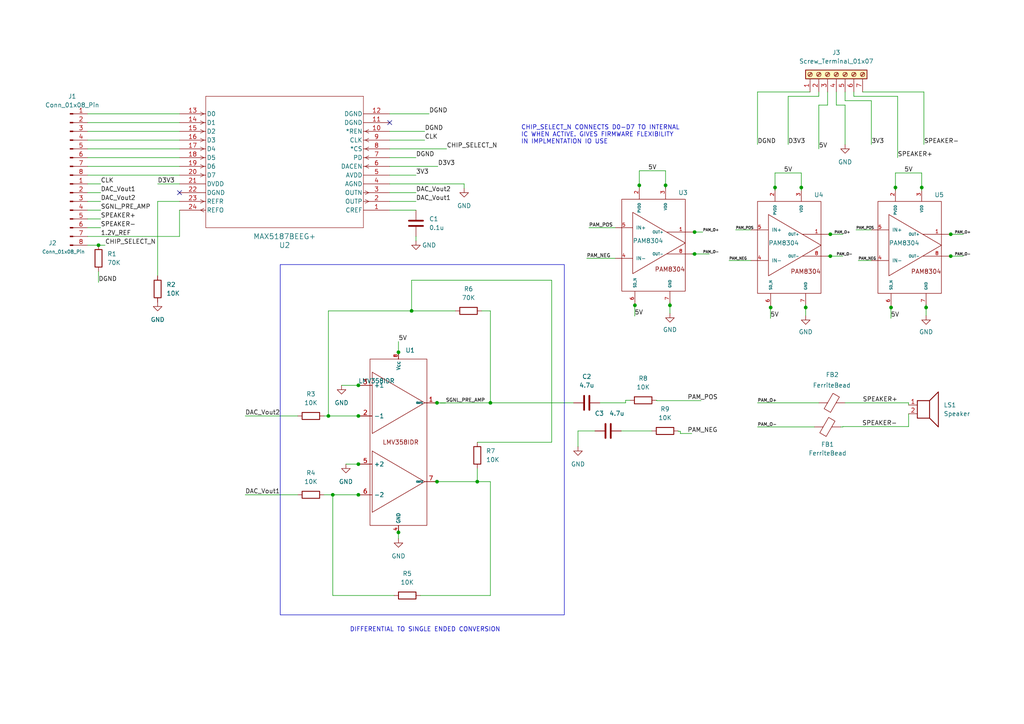
<source format=kicad_sch>
(kicad_sch (version 20230121) (generator eeschema)

  (uuid 085a8e5f-7214-4041-9448-142a3053ab37)

  (paper "A4")

  (title_block
    (title "LNVD SPEAKER SCHEMATIC")
    (date "2024-01-06")
    (rev "A")
    (company "LNVD")
    (comment 1 "AUTHOR: EVAN NEWELL")
    (comment 2 "DATE: 1/6/2024")
  )

  (lib_symbols
    (symbol "Connector:Conn_01x08_Pin" (pin_names (offset 1.016) hide) (in_bom yes) (on_board yes)
      (property "Reference" "J" (at 0 10.16 0)
        (effects (font (size 1.27 1.27)))
      )
      (property "Value" "Conn_01x08_Pin" (at 0 -12.7 0)
        (effects (font (size 1.27 1.27)))
      )
      (property "Footprint" "" (at 0 0 0)
        (effects (font (size 1.27 1.27)) hide)
      )
      (property "Datasheet" "~" (at 0 0 0)
        (effects (font (size 1.27 1.27)) hide)
      )
      (property "ki_locked" "" (at 0 0 0)
        (effects (font (size 1.27 1.27)))
      )
      (property "ki_keywords" "connector" (at 0 0 0)
        (effects (font (size 1.27 1.27)) hide)
      )
      (property "ki_description" "Generic connector, single row, 01x08, script generated" (at 0 0 0)
        (effects (font (size 1.27 1.27)) hide)
      )
      (property "ki_fp_filters" "Connector*:*_1x??_*" (at 0 0 0)
        (effects (font (size 1.27 1.27)) hide)
      )
      (symbol "Conn_01x08_Pin_1_1"
        (polyline
          (pts
            (xy 1.27 -10.16)
            (xy 0.8636 -10.16)
          )
          (stroke (width 0.1524) (type default))
          (fill (type none))
        )
        (polyline
          (pts
            (xy 1.27 -7.62)
            (xy 0.8636 -7.62)
          )
          (stroke (width 0.1524) (type default))
          (fill (type none))
        )
        (polyline
          (pts
            (xy 1.27 -5.08)
            (xy 0.8636 -5.08)
          )
          (stroke (width 0.1524) (type default))
          (fill (type none))
        )
        (polyline
          (pts
            (xy 1.27 -2.54)
            (xy 0.8636 -2.54)
          )
          (stroke (width 0.1524) (type default))
          (fill (type none))
        )
        (polyline
          (pts
            (xy 1.27 0)
            (xy 0.8636 0)
          )
          (stroke (width 0.1524) (type default))
          (fill (type none))
        )
        (polyline
          (pts
            (xy 1.27 2.54)
            (xy 0.8636 2.54)
          )
          (stroke (width 0.1524) (type default))
          (fill (type none))
        )
        (polyline
          (pts
            (xy 1.27 5.08)
            (xy 0.8636 5.08)
          )
          (stroke (width 0.1524) (type default))
          (fill (type none))
        )
        (polyline
          (pts
            (xy 1.27 7.62)
            (xy 0.8636 7.62)
          )
          (stroke (width 0.1524) (type default))
          (fill (type none))
        )
        (rectangle (start 0.8636 -10.033) (end 0 -10.287)
          (stroke (width 0.1524) (type default))
          (fill (type outline))
        )
        (rectangle (start 0.8636 -7.493) (end 0 -7.747)
          (stroke (width 0.1524) (type default))
          (fill (type outline))
        )
        (rectangle (start 0.8636 -4.953) (end 0 -5.207)
          (stroke (width 0.1524) (type default))
          (fill (type outline))
        )
        (rectangle (start 0.8636 -2.413) (end 0 -2.667)
          (stroke (width 0.1524) (type default))
          (fill (type outline))
        )
        (rectangle (start 0.8636 0.127) (end 0 -0.127)
          (stroke (width 0.1524) (type default))
          (fill (type outline))
        )
        (rectangle (start 0.8636 2.667) (end 0 2.413)
          (stroke (width 0.1524) (type default))
          (fill (type outline))
        )
        (rectangle (start 0.8636 5.207) (end 0 4.953)
          (stroke (width 0.1524) (type default))
          (fill (type outline))
        )
        (rectangle (start 0.8636 7.747) (end 0 7.493)
          (stroke (width 0.1524) (type default))
          (fill (type outline))
        )
        (pin passive line (at 5.08 7.62 180) (length 3.81)
          (name "Pin_1" (effects (font (size 1.27 1.27))))
          (number "1" (effects (font (size 1.27 1.27))))
        )
        (pin passive line (at 5.08 5.08 180) (length 3.81)
          (name "Pin_2" (effects (font (size 1.27 1.27))))
          (number "2" (effects (font (size 1.27 1.27))))
        )
        (pin passive line (at 5.08 2.54 180) (length 3.81)
          (name "Pin_3" (effects (font (size 1.27 1.27))))
          (number "3" (effects (font (size 1.27 1.27))))
        )
        (pin passive line (at 5.08 0 180) (length 3.81)
          (name "Pin_4" (effects (font (size 1.27 1.27))))
          (number "4" (effects (font (size 1.27 1.27))))
        )
        (pin passive line (at 5.08 -2.54 180) (length 3.81)
          (name "Pin_5" (effects (font (size 1.27 1.27))))
          (number "5" (effects (font (size 1.27 1.27))))
        )
        (pin passive line (at 5.08 -5.08 180) (length 3.81)
          (name "Pin_6" (effects (font (size 1.27 1.27))))
          (number "6" (effects (font (size 1.27 1.27))))
        )
        (pin passive line (at 5.08 -7.62 180) (length 3.81)
          (name "Pin_7" (effects (font (size 1.27 1.27))))
          (number "7" (effects (font (size 1.27 1.27))))
        )
        (pin passive line (at 5.08 -10.16 180) (length 3.81)
          (name "Pin_8" (effects (font (size 1.27 1.27))))
          (number "8" (effects (font (size 1.27 1.27))))
        )
      )
    )
    (symbol "Connector:Screw_Terminal_01x07" (pin_names (offset 1.016) hide) (in_bom yes) (on_board yes)
      (property "Reference" "J" (at 0 10.16 0)
        (effects (font (size 1.27 1.27)))
      )
      (property "Value" "Screw_Terminal_01x07" (at 0 -10.16 0)
        (effects (font (size 1.27 1.27)))
      )
      (property "Footprint" "" (at 0 0 0)
        (effects (font (size 1.27 1.27)) hide)
      )
      (property "Datasheet" "~" (at 0 0 0)
        (effects (font (size 1.27 1.27)) hide)
      )
      (property "ki_keywords" "screw terminal" (at 0 0 0)
        (effects (font (size 1.27 1.27)) hide)
      )
      (property "ki_description" "Generic screw terminal, single row, 01x07, script generated (kicad-library-utils/schlib/autogen/connector/)" (at 0 0 0)
        (effects (font (size 1.27 1.27)) hide)
      )
      (property "ki_fp_filters" "TerminalBlock*:*" (at 0 0 0)
        (effects (font (size 1.27 1.27)) hide)
      )
      (symbol "Screw_Terminal_01x07_1_1"
        (rectangle (start -1.27 8.89) (end 1.27 -8.89)
          (stroke (width 0.254) (type default))
          (fill (type background))
        )
        (circle (center 0 -7.62) (radius 0.635)
          (stroke (width 0.1524) (type default))
          (fill (type none))
        )
        (circle (center 0 -5.08) (radius 0.635)
          (stroke (width 0.1524) (type default))
          (fill (type none))
        )
        (circle (center 0 -2.54) (radius 0.635)
          (stroke (width 0.1524) (type default))
          (fill (type none))
        )
        (polyline
          (pts
            (xy -0.5334 -7.2898)
            (xy 0.3302 -8.128)
          )
          (stroke (width 0.1524) (type default))
          (fill (type none))
        )
        (polyline
          (pts
            (xy -0.5334 -4.7498)
            (xy 0.3302 -5.588)
          )
          (stroke (width 0.1524) (type default))
          (fill (type none))
        )
        (polyline
          (pts
            (xy -0.5334 -2.2098)
            (xy 0.3302 -3.048)
          )
          (stroke (width 0.1524) (type default))
          (fill (type none))
        )
        (polyline
          (pts
            (xy -0.5334 0.3302)
            (xy 0.3302 -0.508)
          )
          (stroke (width 0.1524) (type default))
          (fill (type none))
        )
        (polyline
          (pts
            (xy -0.5334 2.8702)
            (xy 0.3302 2.032)
          )
          (stroke (width 0.1524) (type default))
          (fill (type none))
        )
        (polyline
          (pts
            (xy -0.5334 5.4102)
            (xy 0.3302 4.572)
          )
          (stroke (width 0.1524) (type default))
          (fill (type none))
        )
        (polyline
          (pts
            (xy -0.5334 7.9502)
            (xy 0.3302 7.112)
          )
          (stroke (width 0.1524) (type default))
          (fill (type none))
        )
        (polyline
          (pts
            (xy -0.3556 -7.112)
            (xy 0.508 -7.9502)
          )
          (stroke (width 0.1524) (type default))
          (fill (type none))
        )
        (polyline
          (pts
            (xy -0.3556 -4.572)
            (xy 0.508 -5.4102)
          )
          (stroke (width 0.1524) (type default))
          (fill (type none))
        )
        (polyline
          (pts
            (xy -0.3556 -2.032)
            (xy 0.508 -2.8702)
          )
          (stroke (width 0.1524) (type default))
          (fill (type none))
        )
        (polyline
          (pts
            (xy -0.3556 0.508)
            (xy 0.508 -0.3302)
          )
          (stroke (width 0.1524) (type default))
          (fill (type none))
        )
        (polyline
          (pts
            (xy -0.3556 3.048)
            (xy 0.508 2.2098)
          )
          (stroke (width 0.1524) (type default))
          (fill (type none))
        )
        (polyline
          (pts
            (xy -0.3556 5.588)
            (xy 0.508 4.7498)
          )
          (stroke (width 0.1524) (type default))
          (fill (type none))
        )
        (polyline
          (pts
            (xy -0.3556 8.128)
            (xy 0.508 7.2898)
          )
          (stroke (width 0.1524) (type default))
          (fill (type none))
        )
        (circle (center 0 0) (radius 0.635)
          (stroke (width 0.1524) (type default))
          (fill (type none))
        )
        (circle (center 0 2.54) (radius 0.635)
          (stroke (width 0.1524) (type default))
          (fill (type none))
        )
        (circle (center 0 5.08) (radius 0.635)
          (stroke (width 0.1524) (type default))
          (fill (type none))
        )
        (circle (center 0 7.62) (radius 0.635)
          (stroke (width 0.1524) (type default))
          (fill (type none))
        )
        (pin passive line (at -5.08 7.62 0) (length 3.81)
          (name "Pin_1" (effects (font (size 1.27 1.27))))
          (number "1" (effects (font (size 1.27 1.27))))
        )
        (pin passive line (at -5.08 5.08 0) (length 3.81)
          (name "Pin_2" (effects (font (size 1.27 1.27))))
          (number "2" (effects (font (size 1.27 1.27))))
        )
        (pin passive line (at -5.08 2.54 0) (length 3.81)
          (name "Pin_3" (effects (font (size 1.27 1.27))))
          (number "3" (effects (font (size 1.27 1.27))))
        )
        (pin passive line (at -5.08 0 0) (length 3.81)
          (name "Pin_4" (effects (font (size 1.27 1.27))))
          (number "4" (effects (font (size 1.27 1.27))))
        )
        (pin passive line (at -5.08 -2.54 0) (length 3.81)
          (name "Pin_5" (effects (font (size 1.27 1.27))))
          (number "5" (effects (font (size 1.27 1.27))))
        )
        (pin passive line (at -5.08 -5.08 0) (length 3.81)
          (name "Pin_6" (effects (font (size 1.27 1.27))))
          (number "6" (effects (font (size 1.27 1.27))))
        )
        (pin passive line (at -5.08 -7.62 0) (length 3.81)
          (name "Pin_7" (effects (font (size 1.27 1.27))))
          (number "7" (effects (font (size 1.27 1.27))))
        )
      )
    )
    (symbol "Device:C" (pin_numbers hide) (pin_names (offset 0.254)) (in_bom yes) (on_board yes)
      (property "Reference" "C" (at 0.635 2.54 0)
        (effects (font (size 1.27 1.27)) (justify left))
      )
      (property "Value" "C" (at 0.635 -2.54 0)
        (effects (font (size 1.27 1.27)) (justify left))
      )
      (property "Footprint" "" (at 0.9652 -3.81 0)
        (effects (font (size 1.27 1.27)) hide)
      )
      (property "Datasheet" "~" (at 0 0 0)
        (effects (font (size 1.27 1.27)) hide)
      )
      (property "ki_keywords" "cap capacitor" (at 0 0 0)
        (effects (font (size 1.27 1.27)) hide)
      )
      (property "ki_description" "Unpolarized capacitor" (at 0 0 0)
        (effects (font (size 1.27 1.27)) hide)
      )
      (property "ki_fp_filters" "C_*" (at 0 0 0)
        (effects (font (size 1.27 1.27)) hide)
      )
      (symbol "C_0_1"
        (polyline
          (pts
            (xy -2.032 -0.762)
            (xy 2.032 -0.762)
          )
          (stroke (width 0.508) (type default))
          (fill (type none))
        )
        (polyline
          (pts
            (xy -2.032 0.762)
            (xy 2.032 0.762)
          )
          (stroke (width 0.508) (type default))
          (fill (type none))
        )
      )
      (symbol "C_1_1"
        (pin passive line (at 0 3.81 270) (length 2.794)
          (name "~" (effects (font (size 1.27 1.27))))
          (number "1" (effects (font (size 1.27 1.27))))
        )
        (pin passive line (at 0 -3.81 90) (length 2.794)
          (name "~" (effects (font (size 1.27 1.27))))
          (number "2" (effects (font (size 1.27 1.27))))
        )
      )
    )
    (symbol "Device:FerriteBead" (pin_numbers hide) (pin_names (offset 0)) (in_bom yes) (on_board yes)
      (property "Reference" "FB" (at -3.81 0.635 90)
        (effects (font (size 1.27 1.27)))
      )
      (property "Value" "FerriteBead" (at 3.81 0 90)
        (effects (font (size 1.27 1.27)))
      )
      (property "Footprint" "" (at -1.778 0 90)
        (effects (font (size 1.27 1.27)) hide)
      )
      (property "Datasheet" "~" (at 0 0 0)
        (effects (font (size 1.27 1.27)) hide)
      )
      (property "ki_keywords" "L ferrite bead inductor filter" (at 0 0 0)
        (effects (font (size 1.27 1.27)) hide)
      )
      (property "ki_description" "Ferrite bead" (at 0 0 0)
        (effects (font (size 1.27 1.27)) hide)
      )
      (property "ki_fp_filters" "Inductor_* L_* *Ferrite*" (at 0 0 0)
        (effects (font (size 1.27 1.27)) hide)
      )
      (symbol "FerriteBead_0_1"
        (polyline
          (pts
            (xy 0 -1.27)
            (xy 0 -1.2192)
          )
          (stroke (width 0) (type default))
          (fill (type none))
        )
        (polyline
          (pts
            (xy 0 1.27)
            (xy 0 1.2954)
          )
          (stroke (width 0) (type default))
          (fill (type none))
        )
        (polyline
          (pts
            (xy -2.7686 0.4064)
            (xy -1.7018 2.2606)
            (xy 2.7686 -0.3048)
            (xy 1.6764 -2.159)
            (xy -2.7686 0.4064)
          )
          (stroke (width 0) (type default))
          (fill (type none))
        )
      )
      (symbol "FerriteBead_1_1"
        (pin passive line (at 0 3.81 270) (length 2.54)
          (name "~" (effects (font (size 1.27 1.27))))
          (number "1" (effects (font (size 1.27 1.27))))
        )
        (pin passive line (at 0 -3.81 90) (length 2.54)
          (name "~" (effects (font (size 1.27 1.27))))
          (number "2" (effects (font (size 1.27 1.27))))
        )
      )
    )
    (symbol "Device:R" (pin_numbers hide) (pin_names (offset 0)) (in_bom yes) (on_board yes)
      (property "Reference" "R" (at 2.032 0 90)
        (effects (font (size 1.27 1.27)))
      )
      (property "Value" "R" (at 0 0 90)
        (effects (font (size 1.27 1.27)))
      )
      (property "Footprint" "" (at -1.778 0 90)
        (effects (font (size 1.27 1.27)) hide)
      )
      (property "Datasheet" "~" (at 0 0 0)
        (effects (font (size 1.27 1.27)) hide)
      )
      (property "ki_keywords" "R res resistor" (at 0 0 0)
        (effects (font (size 1.27 1.27)) hide)
      )
      (property "ki_description" "Resistor" (at 0 0 0)
        (effects (font (size 1.27 1.27)) hide)
      )
      (property "ki_fp_filters" "R_*" (at 0 0 0)
        (effects (font (size 1.27 1.27)) hide)
      )
      (symbol "R_0_1"
        (rectangle (start -1.016 -2.54) (end 1.016 2.54)
          (stroke (width 0.254) (type default))
          (fill (type none))
        )
      )
      (symbol "R_1_1"
        (pin passive line (at 0 3.81 270) (length 1.27)
          (name "~" (effects (font (size 1.27 1.27))))
          (number "1" (effects (font (size 1.27 1.27))))
        )
        (pin passive line (at 0 -3.81 90) (length 1.27)
          (name "~" (effects (font (size 1.27 1.27))))
          (number "2" (effects (font (size 1.27 1.27))))
        )
      )
    )
    (symbol "Device:Speaker" (pin_names (offset 0) hide) (in_bom yes) (on_board yes)
      (property "Reference" "LS" (at 1.27 5.715 0)
        (effects (font (size 1.27 1.27)) (justify right))
      )
      (property "Value" "Speaker" (at 1.27 3.81 0)
        (effects (font (size 1.27 1.27)) (justify right))
      )
      (property "Footprint" "" (at 0 -5.08 0)
        (effects (font (size 1.27 1.27)) hide)
      )
      (property "Datasheet" "~" (at -0.254 -1.27 0)
        (effects (font (size 1.27 1.27)) hide)
      )
      (property "ki_keywords" "speaker sound" (at 0 0 0)
        (effects (font (size 1.27 1.27)) hide)
      )
      (property "ki_description" "Speaker" (at 0 0 0)
        (effects (font (size 1.27 1.27)) hide)
      )
      (symbol "Speaker_0_0"
        (rectangle (start -2.54 1.27) (end 1.016 -3.81)
          (stroke (width 0.254) (type default))
          (fill (type none))
        )
        (polyline
          (pts
            (xy 1.016 1.27)
            (xy 3.556 3.81)
            (xy 3.556 -6.35)
            (xy 1.016 -3.81)
          )
          (stroke (width 0.254) (type default))
          (fill (type none))
        )
      )
      (symbol "Speaker_1_1"
        (pin input line (at -5.08 0 0) (length 2.54)
          (name "1" (effects (font (size 1.27 1.27))))
          (number "1" (effects (font (size 1.27 1.27))))
        )
        (pin input line (at -5.08 -2.54 0) (length 2.54)
          (name "2" (effects (font (size 1.27 1.27))))
          (number "2" (effects (font (size 1.27 1.27))))
        )
      )
    )
    (symbol "Symbol_library:Audio_Amp" (pin_names (offset 1)) (in_bom yes) (on_board yes)
      (property "Reference" "U" (at 8.89 13.335 0)
        (effects (font (size 1.27 1.27)))
      )
      (property "Value" "" (at 0 0 0)
        (effects (font (size 1.27 1.27)))
      )
      (property "Footprint" "" (at 0 0 0)
        (effects (font (size 1.27 1.27)) hide)
      )
      (property "Datasheet" "" (at 0 0 0)
        (effects (font (size 1.27 1.27)) hide)
      )
      (symbol "Audio_Amp_0_1"
        (rectangle (start -7.62 12.065) (end 10.795 -14.605)
          (stroke (width 0) (type default))
          (fill (type none))
        )
        (polyline
          (pts
            (xy -4.445 8.255)
            (xy -4.445 -9.525)
            (xy 10.795 -0.635)
            (xy -4.445 8.255)
          )
          (stroke (width 0) (type default))
          (fill (type none))
        )
      )
      (symbol "Audio_Amp_1_1"
        (text "PAM8304" (at 6.35 -8.255 0)
          (effects (font (size 1.27 1.27)))
        )
        (pin output line (at 13.5 2.54 180) (length 8)
          (name "OUT+" (effects (font (size 0.75 0.75))))
          (number "1" (effects (font (size 1 1))))
        )
        (pin power_in line (at -2.54 16.1 270) (length 4)
          (name "PVDD" (effects (font (size 0.75 0.75))))
          (number "2" (effects (font (size 1 1))))
        )
        (pin power_in line (at 5.08 16.1 270) (length 4)
          (name "VDD" (effects (font (size 0.75 0.75))))
          (number "3" (effects (font (size 1 1))))
        )
        (pin input line (at -9.525 -5.08 0) (length 5)
          (name "IN-" (effects (font (size 1 1))))
          (number "4" (effects (font (size 1 1))))
        )
        (pin input line (at -9.525 3.81 0) (length 5)
          (name "IN+" (effects (font (size 1 1))))
          (number "5" (effects (font (size 1 1))))
        )
        (pin input line (at -3.81 -18.7 90) (length 4)
          (name "SD_N" (effects (font (size 0.75 0.75))))
          (number "6" (effects (font (size 1 1))))
        )
        (pin power_in line (at 6.35 -18.7 90) (length 4)
          (name "GND" (effects (font (size 0.75 0.75))))
          (number "7" (effects (font (size 1 1))))
        )
        (pin output line (at 13.5 -3.81 180) (length 8)
          (name "OUT-" (effects (font (size 0.75 0.75))))
          (number "8" (effects (font (size 1 1))))
        )
      )
    )
    (symbol "Symbol_library:Diff_to_single_amp" (in_bom yes) (on_board yes)
      (property "Reference" "U" (at 29.845 3.81 0)
        (effects (font (size 1.27 1.27)))
      )
      (property "Value" "" (at 8.89 -1.27 0)
        (effects (font (size 1.27 1.27)))
      )
      (property "Footprint" "" (at 8.89 -1.27 0)
        (effects (font (size 1.27 1.27)) hide)
      )
      (property "Datasheet" "" (at 8.89 -1.27 0)
        (effects (font (size 1.27 1.27)) hide)
      )
      (symbol "Diff_to_single_amp_0_1"
        (polyline
          (pts
            (xy 7.62 -21.59)
            (xy 7.62 -39.37)
            (xy 22.86 -30.48)
            (xy 7.62 -21.59)
          )
          (stroke (width 0) (type default))
          (fill (type none))
        )
        (polyline
          (pts
            (xy 7.62 1.27)
            (xy 7.62 -16.51)
            (xy 22.86 -7.62)
            (xy 7.62 1.27)
          )
          (stroke (width 0) (type default))
          (fill (type none))
        )
        (rectangle (start 6.985 5.08) (end 23.495 -43.18)
          (stroke (width 0) (type default))
          (fill (type none))
        )
      )
      (symbol "Diff_to_single_amp_1_1"
        (text "LMV358IDR" (at 15.875 -19.05 0)
          (effects (font (size 1.27 1.27)))
        )
        (pin output line (at 26.42 -7.62 180) (length 3.5)
          (name "OUT1" (effects (font (size 0.5 0.5))))
          (number "1" (effects (font (size 1.27 1.27))))
        )
        (pin input line (at 3.62 -11.43 0) (length 4)
          (name "-1" (effects (font (size 1.27 1.27))))
          (number "2" (effects (font (size 1.27 1.27))))
        )
        (pin input line (at 3.62 -2.54 0) (length 4)
          (name "+1" (effects (font (size 1.27 1.27))))
          (number "3" (effects (font (size 1.27 1.27))))
        )
        (pin power_in line (at 15.24 -45.2 90) (length 2)
          (name "GND" (effects (font (size 1 1))))
          (number "4" (effects (font (size 1 1))))
        )
        (pin input line (at 3.62 -25.4 0) (length 4)
          (name "+2" (effects (font (size 1.27 1.27))))
          (number "5" (effects (font (size 1.27 1.27))))
        )
        (pin input line (at 3.62 -34.29 0) (length 4)
          (name "-2" (effects (font (size 1.27 1.27))))
          (number "6" (effects (font (size 1.27 1.27))))
        )
        (pin output line (at 26.42 -30.48 180) (length 3.5)
          (name "OUT2" (effects (font (size 0.5 0.5))))
          (number "7" (effects (font (size 1.27 1.27))))
        )
        (pin power_in line (at 15.24 7.05 270) (length 2)
          (name "Vcc" (effects (font (size 1 1))))
          (number "8" (effects (font (size 1 1))))
        )
      )
    )
    (symbol "Symbol_library:MAX5187BEEG+" (pin_names (offset 0.254)) (in_bom yes) (on_board yes)
      (property "Reference" "U" (at 30.48 10.16 0)
        (effects (font (size 1.524 1.524)))
      )
      (property "Value" "MAX5187BEEG+" (at 30.48 7.62 0)
        (effects (font (size 1.524 1.524)))
      )
      (property "Footprint" "21-0055H_24" (at 0 0 0)
        (effects (font (size 1.27 1.27) italic) hide)
      )
      (property "Datasheet" "MAX5187BEEG+" (at 0 0 0)
        (effects (font (size 1.27 1.27) italic) hide)
      )
      (property "ki_locked" "" (at 0 0 0)
        (effects (font (size 1.27 1.27)))
      )
      (property "ki_keywords" "MAX5187BEEG+" (at 0 0 0)
        (effects (font (size 1.27 1.27)) hide)
      )
      (property "ki_fp_filters" "21-0055H_24 21-0055H_24-M 21-0055H_24-L" (at 0 0 0)
        (effects (font (size 1.27 1.27)) hide)
      )
      (symbol "MAX5187BEEG+_0_1"
        (polyline
          (pts
            (xy 7.0993 -22.86)
            (xy 6.0579 -23.3807)
          )
          (stroke (width 0.127) (type default))
          (fill (type none))
        )
        (polyline
          (pts
            (xy 7.0993 -22.86)
            (xy 6.0579 -22.3393)
          )
          (stroke (width 0.127) (type default))
          (fill (type none))
        )
        (polyline
          (pts
            (xy 7.0993 -20.32)
            (xy 6.0579 -20.8407)
          )
          (stroke (width 0.127) (type default))
          (fill (type none))
        )
        (polyline
          (pts
            (xy 7.0993 -20.32)
            (xy 6.0579 -19.7993)
          )
          (stroke (width 0.127) (type default))
          (fill (type none))
        )
        (polyline
          (pts
            (xy 7.0993 -17.78)
            (xy 6.0579 -18.3007)
          )
          (stroke (width 0.127) (type default))
          (fill (type none))
        )
        (polyline
          (pts
            (xy 7.0993 -17.78)
            (xy 6.0579 -17.2593)
          )
          (stroke (width 0.127) (type default))
          (fill (type none))
        )
        (polyline
          (pts
            (xy 7.0993 -15.24)
            (xy 6.0579 -15.7607)
          )
          (stroke (width 0.127) (type default))
          (fill (type none))
        )
        (polyline
          (pts
            (xy 7.0993 -15.24)
            (xy 6.0579 -14.7193)
          )
          (stroke (width 0.127) (type default))
          (fill (type none))
        )
        (polyline
          (pts
            (xy 7.0993 -12.7)
            (xy 6.0579 -13.2207)
          )
          (stroke (width 0.127) (type default))
          (fill (type none))
        )
        (polyline
          (pts
            (xy 7.0993 -12.7)
            (xy 6.0579 -12.1793)
          )
          (stroke (width 0.127) (type default))
          (fill (type none))
        )
        (polyline
          (pts
            (xy 7.0993 -5.6007)
            (xy 6.0579 -5.08)
          )
          (stroke (width 0.127) (type default))
          (fill (type none))
        )
        (polyline
          (pts
            (xy 7.0993 -4.5593)
            (xy 6.0579 -5.08)
          )
          (stroke (width 0.127) (type default))
          (fill (type none))
        )
        (polyline
          (pts
            (xy 7.0993 -3.0607)
            (xy 6.0579 -2.54)
          )
          (stroke (width 0.127) (type default))
          (fill (type none))
        )
        (polyline
          (pts
            (xy 7.0993 -2.0193)
            (xy 6.0579 -2.54)
          )
          (stroke (width 0.127) (type default))
          (fill (type none))
        )
        (polyline
          (pts
            (xy 7.62 -33.02)
            (xy 53.34 -33.02)
          )
          (stroke (width 0.127) (type default))
          (fill (type none))
        )
        (polyline
          (pts
            (xy 7.62 5.08)
            (xy 7.62 -33.02)
          )
          (stroke (width 0.127) (type default))
          (fill (type none))
        )
        (polyline
          (pts
            (xy 53.34 -33.02)
            (xy 53.34 5.08)
          )
          (stroke (width 0.127) (type default))
          (fill (type none))
        )
        (polyline
          (pts
            (xy 53.34 5.08)
            (xy 7.62 5.08)
          )
          (stroke (width 0.127) (type default))
          (fill (type none))
        )
        (polyline
          (pts
            (xy 53.8607 -27.94)
            (xy 54.9021 -28.4607)
          )
          (stroke (width 0.127) (type default))
          (fill (type none))
        )
        (polyline
          (pts
            (xy 53.8607 -27.94)
            (xy 54.9021 -27.4193)
          )
          (stroke (width 0.127) (type default))
          (fill (type none))
        )
        (polyline
          (pts
            (xy 53.8607 -25.4)
            (xy 54.9021 -25.9207)
          )
          (stroke (width 0.127) (type default))
          (fill (type none))
        )
        (polyline
          (pts
            (xy 53.8607 -25.4)
            (xy 54.9021 -24.8793)
          )
          (stroke (width 0.127) (type default))
          (fill (type none))
        )
        (polyline
          (pts
            (xy 53.8607 -22.86)
            (xy 54.9021 -23.3807)
          )
          (stroke (width 0.127) (type default))
          (fill (type none))
        )
        (polyline
          (pts
            (xy 53.8607 -22.86)
            (xy 54.9021 -22.3393)
          )
          (stroke (width 0.127) (type default))
          (fill (type none))
        )
        (polyline
          (pts
            (xy 53.8607 -20.32)
            (xy 54.9021 -20.8407)
          )
          (stroke (width 0.127) (type default))
          (fill (type none))
        )
        (polyline
          (pts
            (xy 53.8607 -20.32)
            (xy 54.9021 -19.7993)
          )
          (stroke (width 0.127) (type default))
          (fill (type none))
        )
        (polyline
          (pts
            (xy 53.8607 -17.78)
            (xy 54.9021 -18.3007)
          )
          (stroke (width 0.127) (type default))
          (fill (type none))
        )
        (polyline
          (pts
            (xy 53.8607 -17.78)
            (xy 54.9021 -17.2593)
          )
          (stroke (width 0.127) (type default))
          (fill (type none))
        )
        (polyline
          (pts
            (xy 53.8607 -15.24)
            (xy 54.9021 -15.7607)
          )
          (stroke (width 0.127) (type default))
          (fill (type none))
        )
        (polyline
          (pts
            (xy 53.8607 -15.24)
            (xy 54.9021 -14.7193)
          )
          (stroke (width 0.127) (type default))
          (fill (type none))
        )
        (polyline
          (pts
            (xy 53.8607 -12.7)
            (xy 54.9021 -13.2207)
          )
          (stroke (width 0.127) (type default))
          (fill (type none))
        )
        (polyline
          (pts
            (xy 53.8607 -12.7)
            (xy 54.9021 -12.1793)
          )
          (stroke (width 0.127) (type default))
          (fill (type none))
        )
        (polyline
          (pts
            (xy 53.8607 -10.16)
            (xy 54.9021 -10.6807)
          )
          (stroke (width 0.127) (type default))
          (fill (type none))
        )
        (polyline
          (pts
            (xy 53.8607 -10.16)
            (xy 54.9021 -9.6393)
          )
          (stroke (width 0.127) (type default))
          (fill (type none))
        )
        (polyline
          (pts
            (xy 53.8607 -2.54)
            (xy 54.9021 -3.0607)
          )
          (stroke (width 0.127) (type default))
          (fill (type none))
        )
        (polyline
          (pts
            (xy 53.8607 -2.54)
            (xy 54.9021 -2.0193)
          )
          (stroke (width 0.127) (type default))
          (fill (type none))
        )
        (polyline
          (pts
            (xy 53.8607 -0.5207)
            (xy 54.9021 0)
          )
          (stroke (width 0.127) (type default))
          (fill (type none))
        )
        (polyline
          (pts
            (xy 53.8607 0.5207)
            (xy 54.9021 0)
          )
          (stroke (width 0.127) (type default))
          (fill (type none))
        )
        (pin unspecified line (at 0 0 0) (length 7.62)
          (name "CREF" (effects (font (size 1.27 1.27))))
          (number "1" (effects (font (size 1.27 1.27))))
        )
        (pin input line (at 0 -22.86 0) (length 7.62)
          (name "*REN" (effects (font (size 1.27 1.27))))
          (number "10" (effects (font (size 1.27 1.27))))
        )
        (pin power_in line (at 0 -25.4 0) (length 7.62)
          (name "DGND" (effects (font (size 1.27 1.27))))
          (number "11" (effects (font (size 1.27 1.27))))
        )
        (pin power_in line (at 0 -27.94 0) (length 7.62)
          (name "DGND" (effects (font (size 1.27 1.27))))
          (number "12" (effects (font (size 1.27 1.27))))
        )
        (pin input line (at 60.96 -27.94 180) (length 7.62)
          (name "D0" (effects (font (size 1.27 1.27))))
          (number "13" (effects (font (size 1.27 1.27))))
        )
        (pin input line (at 60.96 -25.4 180) (length 7.62)
          (name "D1" (effects (font (size 1.27 1.27))))
          (number "14" (effects (font (size 1.27 1.27))))
        )
        (pin input line (at 60.96 -22.86 180) (length 7.62)
          (name "D2" (effects (font (size 1.27 1.27))))
          (number "15" (effects (font (size 1.27 1.27))))
        )
        (pin input line (at 60.96 -20.32 180) (length 7.62)
          (name "D3" (effects (font (size 1.27 1.27))))
          (number "16" (effects (font (size 1.27 1.27))))
        )
        (pin input line (at 60.96 -17.78 180) (length 7.62)
          (name "D4" (effects (font (size 1.27 1.27))))
          (number "17" (effects (font (size 1.27 1.27))))
        )
        (pin input line (at 60.96 -15.24 180) (length 7.62)
          (name "D5" (effects (font (size 1.27 1.27))))
          (number "18" (effects (font (size 1.27 1.27))))
        )
        (pin input line (at 60.96 -12.7 180) (length 7.62)
          (name "D6" (effects (font (size 1.27 1.27))))
          (number "19" (effects (font (size 1.27 1.27))))
        )
        (pin output line (at 0 -2.54 0) (length 7.62)
          (name "OUTP" (effects (font (size 1.27 1.27))))
          (number "2" (effects (font (size 1.27 1.27))))
        )
        (pin input line (at 60.96 -10.16 180) (length 7.62)
          (name "D7" (effects (font (size 1.27 1.27))))
          (number "20" (effects (font (size 1.27 1.27))))
        )
        (pin power_in line (at 60.96 -7.62 180) (length 7.62)
          (name "DVDD" (effects (font (size 1.27 1.27))))
          (number "21" (effects (font (size 1.27 1.27))))
        )
        (pin power_in line (at 60.96 -5.08 180) (length 7.62)
          (name "DGND" (effects (font (size 1.27 1.27))))
          (number "22" (effects (font (size 1.27 1.27))))
        )
        (pin input line (at 60.96 -2.54 180) (length 7.62)
          (name "REFR" (effects (font (size 1.27 1.27))))
          (number "23" (effects (font (size 1.27 1.27))))
        )
        (pin output line (at 60.96 0 180) (length 7.62)
          (name "REFO" (effects (font (size 1.27 1.27))))
          (number "24" (effects (font (size 1.27 1.27))))
        )
        (pin output line (at 0 -5.08 0) (length 7.62)
          (name "OUTN" (effects (font (size 1.27 1.27))))
          (number "3" (effects (font (size 1.27 1.27))))
        )
        (pin power_in line (at 0 -7.62 0) (length 7.62)
          (name "AGND" (effects (font (size 1.27 1.27))))
          (number "4" (effects (font (size 1.27 1.27))))
        )
        (pin power_in line (at 0 -10.16 0) (length 7.62)
          (name "AVDD" (effects (font (size 1.27 1.27))))
          (number "5" (effects (font (size 1.27 1.27))))
        )
        (pin input line (at 0 -12.7 0) (length 7.62)
          (name "DACEN" (effects (font (size 1.27 1.27))))
          (number "6" (effects (font (size 1.27 1.27))))
        )
        (pin input line (at 0 -15.24 0) (length 7.62)
          (name "PD" (effects (font (size 1.27 1.27))))
          (number "7" (effects (font (size 1.27 1.27))))
        )
        (pin input line (at 0 -17.78 0) (length 7.62)
          (name "*CS" (effects (font (size 1.27 1.27))))
          (number "8" (effects (font (size 1.27 1.27))))
        )
        (pin input line (at 0 -20.32 0) (length 7.62)
          (name "CLK" (effects (font (size 1.27 1.27))))
          (number "9" (effects (font (size 1.27 1.27))))
        )
      )
    )
    (symbol "power:GND" (power) (pin_names (offset 0)) (in_bom yes) (on_board yes)
      (property "Reference" "#PWR" (at 0 -6.35 0)
        (effects (font (size 1.27 1.27)) hide)
      )
      (property "Value" "GND" (at 0 -3.81 0)
        (effects (font (size 1.27 1.27)))
      )
      (property "Footprint" "" (at 0 0 0)
        (effects (font (size 1.27 1.27)) hide)
      )
      (property "Datasheet" "" (at 0 0 0)
        (effects (font (size 1.27 1.27)) hide)
      )
      (property "ki_keywords" "global power" (at 0 0 0)
        (effects (font (size 1.27 1.27)) hide)
      )
      (property "ki_description" "Power symbol creates a global label with name \"GND\" , ground" (at 0 0 0)
        (effects (font (size 1.27 1.27)) hide)
      )
      (symbol "GND_0_1"
        (polyline
          (pts
            (xy 0 0)
            (xy 0 -1.27)
            (xy 1.27 -1.27)
            (xy 0 -2.54)
            (xy -1.27 -1.27)
            (xy 0 -1.27)
          )
          (stroke (width 0) (type default))
          (fill (type none))
        )
      )
      (symbol "GND_1_1"
        (pin power_in line (at 0 0 270) (length 0) hide
          (name "GND" (effects (font (size 1.27 1.27))))
          (number "1" (effects (font (size 1.27 1.27))))
        )
      )
    )
  )

  (junction (at 258.445 89.185) (diameter 0) (color 0 0 0 0)
    (uuid 15c9fb4b-35c2-4bb8-bae6-44f1d9e7cc22)
  )
  (junction (at 138.43 139.7) (diameter 0) (color 0 0 0 0)
    (uuid 17339ed0-ec9d-429a-884d-885ab07caf88)
  )
  (junction (at 115.57 102.17) (diameter 0) (color 0 0 0 0)
    (uuid 18aab9d4-f5ec-461c-a0ec-d4f2a7778225)
  )
  (junction (at 184.15 88.55) (diameter 0) (color 0 0 0 0)
    (uuid 1b1194f4-9f1b-472a-82e3-ee41b4ae905e)
  )
  (junction (at 103.95 143.51) (diameter 0) (color 0 0 0 0)
    (uuid 1bffbf2f-e22c-46f3-a25d-0c96e214c11a)
  )
  (junction (at 119.38 90.17) (diameter 0) (color 0 0 0 0)
    (uuid 3a295a03-9a2c-4ff0-a1b9-877e193b85a6)
  )
  (junction (at 275.755 74.295) (diameter 0) (color 0 0 0 0)
    (uuid 3a2d0e89-c031-4e21-9ff3-762ca320e54b)
  )
  (junction (at 233.68 89.185) (diameter 0) (color 0 0 0 0)
    (uuid 3ba419a0-7984-4a6b-b022-7c0f13e231de)
  )
  (junction (at 240.83 67.945) (diameter 0) (color 0 0 0 0)
    (uuid 43464f0c-748f-40f3-b4d4-c545395bc7bb)
  )
  (junction (at 142.24 116.84) (diameter 0) (color 0 0 0 0)
    (uuid 4525dbf4-f2f0-4d67-9242-9dc96f79d51f)
  )
  (junction (at 201.46 67.31) (diameter 0) (color 0 0 0 0)
    (uuid 4e885820-bb40-42c4-9484-e4bfab9611c6)
  )
  (junction (at 103.95 120.65) (diameter 0) (color 0 0 0 0)
    (uuid 54a2134d-3c71-4679-b9fc-16b4b6e45b68)
  )
  (junction (at 103.95 134.62) (diameter 0) (color 0 0 0 0)
    (uuid 56879356-4d6d-448c-8f9b-5d627b210d2a)
  )
  (junction (at 126.75 116.84) (diameter 0) (color 0 0 0 0)
    (uuid 5922b131-926d-4d9d-8a46-9f9d63a1f128)
  )
  (junction (at 115.57 154.42) (diameter 0) (color 0 0 0 0)
    (uuid 760a5c76-893e-4e2b-936a-c11d3d2bc0ef)
  )
  (junction (at 96.52 143.51) (diameter 0) (color 0 0 0 0)
    (uuid 7c7a80de-1228-4801-b864-ed59836aceb4)
  )
  (junction (at 224.79 54.385) (diameter 0) (color 0 0 0 0)
    (uuid 89cf8588-5836-4c55-b119-eb9fc607ec7c)
  )
  (junction (at 194.31 88.55) (diameter 0) (color 0 0 0 0)
    (uuid 8f7abf4a-58fa-46db-b640-1e3c1670adc2)
  )
  (junction (at 232.41 54.385) (diameter 0) (color 0 0 0 0)
    (uuid 997e7c91-ea00-4778-a8ff-a70a190cba6f)
  )
  (junction (at 259.715 54.385) (diameter 0) (color 0 0 0 0)
    (uuid 9fbf7307-c80a-4ae0-a43b-4298a40c9ed6)
  )
  (junction (at 223.52 89.185) (diameter 0) (color 0 0 0 0)
    (uuid a76c1b85-1318-47ba-85f2-9adadb3bce4f)
  )
  (junction (at 267.335 54.385) (diameter 0) (color 0 0 0 0)
    (uuid b3b88ced-e8e5-4541-a030-6f6a4f010c3d)
  )
  (junction (at 201.46 73.66) (diameter 0) (color 0 0 0 0)
    (uuid b5610253-1265-43c3-8db2-26d50c04927e)
  )
  (junction (at 28.575 71.12) (diameter 0) (color 0 0 0 0)
    (uuid c2d7cd37-5350-4906-bf2c-a8370412f556)
  )
  (junction (at 126.75 139.7) (diameter 0) (color 0 0 0 0)
    (uuid d73b6825-7a4a-46fd-8e63-4b440b20035c)
  )
  (junction (at 268.605 89.185) (diameter 0) (color 0 0 0 0)
    (uuid d87c132a-57ec-40a5-8d32-32907d0cf598)
  )
  (junction (at 185.42 53.75) (diameter 0) (color 0 0 0 0)
    (uuid e1f656b9-bb4d-42ac-b5a8-8ca1b1dd08cb)
  )
  (junction (at 193.04 53.75) (diameter 0) (color 0 0 0 0)
    (uuid e51111f9-e8ce-4be4-8fa9-6f1363a39137)
  )
  (junction (at 103.95 111.76) (diameter 0) (color 0 0 0 0)
    (uuid e7768670-8017-4a14-9775-12958c1c2268)
  )
  (junction (at 95.25 120.65) (diameter 0) (color 0 0 0 0)
    (uuid f0df5b75-df01-416b-a3b0-160e4ec833a8)
  )
  (junction (at 275.755 67.945) (diameter 0) (color 0 0 0 0)
    (uuid f4d09c81-0eee-47a6-808e-87653765f09f)
  )
  (junction (at 240.83 74.295) (diameter 0) (color 0 0 0 0)
    (uuid fe333b38-edc8-4473-94cd-4b952b13c8d0)
  )

  (no_connect (at 113.03 35.56) (uuid 279e930e-5a58-4bc6-9320-fd08675caa6f))
  (no_connect (at 52.07 55.88) (uuid fe671c5d-acf6-4aa0-974b-1e88b2cd0d79))

  (wire (pts (xy 196.6976 125.095) (xy 196.6976 124.9934))
    (stroke (width 0) (type default))
    (uuid 026b2ae2-361b-427f-bb47-e5d7cc894219)
  )
  (wire (pts (xy 103.95 120.65) (xy 104.14 120.65))
    (stroke (width 0) (type default))
    (uuid 03dbadff-dc25-4d25-80a0-a67006542605)
  )
  (wire (pts (xy 247.65 27.94) (xy 260.35 27.94))
    (stroke (width 0) (type default))
    (uuid 05dba34a-08e6-4cac-a4ff-7a5607438ba9)
  )
  (wire (pts (xy 28.575 78.74) (xy 28.575 81.915))
    (stroke (width 0) (type default))
    (uuid 070754f8-928c-461f-98d1-8058feea5dcd)
  )
  (wire (pts (xy 184.0484 88.519) (xy 184.0484 88.55))
    (stroke (width 0) (type default))
    (uuid 091181ef-f668-439d-ba71-f70b9030b8d9)
  )
  (wire (pts (xy 232.41 50.165) (xy 232.41 54.385))
    (stroke (width 0) (type default))
    (uuid 0beb90ea-2dd0-4514-bbc6-8caf1b11ee7a)
  )
  (wire (pts (xy 223.4946 92.2528) (xy 223.4946 91.567))
    (stroke (width 0) (type default))
    (uuid 0c367966-6bdb-43c2-96eb-1fb56ea9239b)
  )
  (wire (pts (xy 240.665 67.945) (xy 240.83 67.945))
    (stroke (width 0) (type default))
    (uuid 0c7c1ff9-9de1-419d-b6af-2d79e480ecc7)
  )
  (wire (pts (xy 125.73 116.84) (xy 126.75 116.84))
    (stroke (width 0) (type default))
    (uuid 1009a857-15b5-4cf9-91e4-6a353cb7b237)
  )
  (wire (pts (xy 113.03 53.34) (xy 134.62 53.34))
    (stroke (width 0) (type default))
    (uuid 11764417-431a-4643-82cc-acaa43bd6652)
  )
  (wire (pts (xy 242.57 30.48) (xy 242.57 26.67))
    (stroke (width 0) (type default))
    (uuid 121f66d1-4c29-4d34-b3a9-37c7fb8c26c1)
  )
  (wire (pts (xy 172.5676 124.9934) (xy 167.64 124.9934))
    (stroke (width 0) (type default))
    (uuid 1320107f-0e42-4af3-b098-7ce42a622f3b)
  )
  (wire (pts (xy 138.43 128.27) (xy 160.02 128.27))
    (stroke (width 0) (type default))
    (uuid 134d87b8-1ba6-4b44-9abc-9e929d5afa61)
  )
  (wire (pts (xy 115.57 154.42) (xy 115.57 156.21))
    (stroke (width 0) (type default))
    (uuid 1440bb9b-92f7-4a6b-8b90-a6042c5284cd)
  )
  (wire (pts (xy 25.4 40.64) (xy 52.07 40.64))
    (stroke (width 0) (type default))
    (uuid 150f5e31-31cf-48dd-9b7c-a7a543486a32)
  )
  (wire (pts (xy 201.295 67.31) (xy 201.46 67.31))
    (stroke (width 0) (type default))
    (uuid 15d15aa4-f173-4157-b427-6acfce3725e8)
  )
  (wire (pts (xy 25.4 33.02) (xy 52.07 33.02))
    (stroke (width 0) (type default))
    (uuid 17e3065c-bfc9-4b92-b39b-c2b5a70c56ae)
  )
  (wire (pts (xy 25.4 66.04) (xy 29.21 66.04))
    (stroke (width 0) (type default))
    (uuid 183a154f-4347-4c53-bb55-131341f1b7ea)
  )
  (wire (pts (xy 25.4 45.72) (xy 52.07 45.72))
    (stroke (width 0) (type default))
    (uuid 183e8893-f73f-4f5a-a4cd-83d715e2a962)
  )
  (wire (pts (xy 223.52 89.1794) (xy 223.52 89.185))
    (stroke (width 0) (type default))
    (uuid 18bb3ac3-c07f-4939-a663-0e24aed32708)
  )
  (wire (pts (xy 120.65 69.85) (xy 120.65 68.58))
    (stroke (width 0) (type default))
    (uuid 19cf46bd-e910-4518-b357-401677e0b0a1)
  )
  (wire (pts (xy 100.33 134.62) (xy 103.95 134.62))
    (stroke (width 0) (type default))
    (uuid 1c4f2b14-0d33-4532-95de-e75eba08e359)
  )
  (wire (pts (xy 181.4576 116.1034) (xy 182.7276 116.1034))
    (stroke (width 0) (type default))
    (uuid 1c6d51f0-730c-43c7-a942-973c963d9752)
  )
  (wire (pts (xy 223.4184 89.154) (xy 223.4184 89.185))
    (stroke (width 0) (type default))
    (uuid 1ca4030b-ab66-4d69-9e08-baa82ad5d6cf)
  )
  (wire (pts (xy 250.19 26.67) (xy 267.97 26.67))
    (stroke (width 0) (type default))
    (uuid 1d394326-3ea1-4e04-84b9-26987d8fe455)
  )
  (wire (pts (xy 103.95 143.51) (xy 104.14 143.51))
    (stroke (width 0) (type default))
    (uuid 1d4f86d4-706f-4924-8d5a-25cd03d8d729)
  )
  (wire (pts (xy 244.475 123.7234) (xy 263.525 123.7234))
    (stroke (width 0) (type default))
    (uuid 1d8bf724-faca-4c90-bb6a-5c925651ad01)
  )
  (wire (pts (xy 258.445 89.1794) (xy 258.445 89.185))
    (stroke (width 0) (type default))
    (uuid 1eea9a71-3bcb-4490-b9f1-54bd48ba873d)
  )
  (wire (pts (xy 237.49 30.48) (xy 237.49 43.18))
    (stroke (width 0) (type default))
    (uuid 20785288-f640-42aa-ac7e-70eef5a6ceb8)
  )
  (wire (pts (xy 25.4 60.96) (xy 29.21 60.96))
    (stroke (width 0) (type default))
    (uuid 20e45d42-4fbb-4d91-8fac-12c9faeab8e8)
  )
  (wire (pts (xy 245.11 30.48) (xy 245.11 41.91))
    (stroke (width 0) (type default))
    (uuid 20ea2c54-0496-4ea1-9074-748d73c4641e)
  )
  (wire (pts (xy 113.03 58.42) (xy 120.65 58.42))
    (stroke (width 0) (type default))
    (uuid 21488bb8-a820-4629-866f-a3b8c181b1cc)
  )
  (wire (pts (xy 25.4 50.8) (xy 52.07 50.8))
    (stroke (width 0) (type default))
    (uuid 264bed4b-6ff5-44e9-b786-9adfbc5269f2)
  )
  (wire (pts (xy 103.95 134.62) (xy 104.14 134.62))
    (stroke (width 0) (type default))
    (uuid 26a32d28-0e88-4df7-8d01-bd9636bcb173)
  )
  (wire (pts (xy 201.46 67.31) (xy 203.835 67.31))
    (stroke (width 0) (type default))
    (uuid 27419ab8-4b9a-4ca9-b6ab-f23b1d3eaf3f)
  )
  (wire (pts (xy 252.73 29.21) (xy 252.73 41.91))
    (stroke (width 0) (type default))
    (uuid 28594876-2077-4a3f-88ad-65d96e4adab2)
  )
  (wire (pts (xy 197.3326 125.73) (xy 200.66 125.73))
    (stroke (width 0) (type default))
    (uuid 28df45e8-24d4-4935-b0e3-7e544cd3ae5c)
  )
  (wire (pts (xy 190.5 116.205) (xy 203.3524 116.205))
    (stroke (width 0) (type default))
    (uuid 2c50aca4-acee-474e-805a-44059b6ca215)
  )
  (wire (pts (xy 142.24 90.17) (xy 142.24 116.84))
    (stroke (width 0) (type default))
    (uuid 2cf0f95f-982d-484d-b1a7-aafcbe298813)
  )
  (wire (pts (xy 28.575 71.12) (xy 30.48 71.12))
    (stroke (width 0) (type default))
    (uuid 2e9a90b0-e520-445c-bad7-b382139406e2)
  )
  (wire (pts (xy 96.52 143.51) (xy 103.95 143.51))
    (stroke (width 0) (type default))
    (uuid 31b2cc40-5ea6-4faa-b0d9-795cd5b7edfe)
  )
  (wire (pts (xy 113.03 33.02) (xy 124.46 33.02))
    (stroke (width 0) (type default))
    (uuid 35769c11-c32b-4e6b-90c3-8aa2c2c4aa7d)
  )
  (wire (pts (xy 244.475 123.825) (xy 244.475 123.7234))
    (stroke (width 0) (type default))
    (uuid 37a952af-30e8-462c-99f1-340176b40985)
  )
  (wire (pts (xy 184.1246 91.6178) (xy 184.1246 90.932))
    (stroke (width 0) (type default))
    (uuid 3940fac1-6a50-443c-837c-107d90a24493)
  )
  (wire (pts (xy 113.03 38.1) (xy 123.19 38.1))
    (stroke (width 0) (type default))
    (uuid 3af744a5-5f3a-4418-9277-3ba1d2407948)
  )
  (wire (pts (xy 95.25 120.65) (xy 95.25 90.17))
    (stroke (width 0) (type default))
    (uuid 3c636dce-1e5b-441c-9abd-8d4e768cf623)
  )
  (wire (pts (xy 263.525 123.7234) (xy 263.525 120.015))
    (stroke (width 0) (type default))
    (uuid 3d8e04fa-7acf-41c9-8b9c-d67f438fbdd2)
  )
  (wire (pts (xy 134.62 53.34) (xy 134.62 54.61))
    (stroke (width 0) (type default))
    (uuid 3e5b2071-af64-4e2c-afa5-2e888840c493)
  )
  (wire (pts (xy 219.71 26.67) (xy 219.71 41.91))
    (stroke (width 0) (type default))
    (uuid 3eab9bd2-9e60-40f2-9deb-a8aecbc775d1)
  )
  (wire (pts (xy 119.38 81.28) (xy 119.38 90.17))
    (stroke (width 0) (type default))
    (uuid 41910223-e069-48d5-954c-482e3f65c8ca)
  )
  (wire (pts (xy 259.715 54.385) (xy 259.715 55.245))
    (stroke (width 0) (type default))
    (uuid 419f1ea4-18ad-4b37-8434-62bafd7ded19)
  )
  (wire (pts (xy 138.43 135.89) (xy 138.43 139.7))
    (stroke (width 0) (type default))
    (uuid 429a6f14-df76-4109-b4ff-5a8a85a9fde6)
  )
  (wire (pts (xy 213.36 66.675) (xy 217.805 66.675))
    (stroke (width 0) (type default))
    (uuid 43aae21f-12a1-4ede-b290-0f766c614907)
  )
  (wire (pts (xy 258.3434 89.185) (xy 258.445 89.185))
    (stroke (width 0) (type default))
    (uuid 445aa79e-ca9b-4d6b-b31b-993028d7ad96)
  )
  (wire (pts (xy 275.59 67.945) (xy 275.755 67.945))
    (stroke (width 0) (type default))
    (uuid 462b5c65-8c02-4e56-a803-aae6017e48c6)
  )
  (wire (pts (xy 93.98 120.65) (xy 95.25 120.65))
    (stroke (width 0) (type default))
    (uuid 48af898c-a694-41c1-9cee-3700a386236a)
  )
  (wire (pts (xy 103.95 111.76) (xy 104.14 111.76))
    (stroke (width 0) (type default))
    (uuid 49eaaf57-3de6-444a-bfd6-96d9c366be3d)
  )
  (wire (pts (xy 93.98 143.51) (xy 96.52 143.51))
    (stroke (width 0) (type default))
    (uuid 4bd53d5f-f572-41fa-a8de-b94a4af50a8d)
  )
  (wire (pts (xy 267.335 54.385) (xy 267.335 55.245))
    (stroke (width 0) (type default))
    (uuid 4c6eb9a2-8cfc-4460-8379-b6adadee2b9b)
  )
  (wire (pts (xy 184.0992 88.519) (xy 184.1246 90.932))
    (stroke (width 0) (type default))
    (uuid 4cdc1894-94da-4ff0-8433-b3873689a0f0)
  )
  (wire (pts (xy 25.4 38.1) (xy 52.07 38.1))
    (stroke (width 0) (type default))
    (uuid 4d4e907e-1831-4fb6-afb2-3a11873ee6c6)
  )
  (wire (pts (xy 95.25 90.17) (xy 119.38 90.17))
    (stroke (width 0) (type default))
    (uuid 4e125405-d15f-45ec-bb44-99ed87937dfa)
  )
  (wire (pts (xy 224.79 54.385) (xy 224.79 55.245))
    (stroke (width 0) (type default))
    (uuid 4eb00c3c-4cd4-4015-b11d-ba86cb34f10d)
  )
  (wire (pts (xy 185.42 53.75) (xy 185.42 54.61))
    (stroke (width 0) (type default))
    (uuid 4f15a75e-be7b-4a5b-a7c3-0a759e11971a)
  )
  (wire (pts (xy 142.24 116.84) (xy 166.37 116.84))
    (stroke (width 0) (type default))
    (uuid 513485d1-08a6-479c-a1b6-2ff5923c32fd)
  )
  (wire (pts (xy 245.11 30.48) (xy 242.57 30.48))
    (stroke (width 0) (type default))
    (uuid 5346c7c3-0232-4f1c-8fd8-4d2d74dffd19)
  )
  (wire (pts (xy 267.335 50.165) (xy 267.335 54.385))
    (stroke (width 0) (type default))
    (uuid 53dc6acb-b8bf-401c-ab42-b9f24a33826a)
  )
  (wire (pts (xy 224.79 50.165) (xy 224.79 54.385))
    (stroke (width 0) (type default))
    (uuid 552c28a4-46c1-4646-ac90-2f32538b86ff)
  )
  (wire (pts (xy 194.31 87.7062) (xy 194.31 88.55))
    (stroke (width 0) (type default))
    (uuid 5590a1f0-610c-4483-a2d8-4c2a86d57ac2)
  )
  (wire (pts (xy 95.25 120.65) (xy 103.95 120.65))
    (stroke (width 0) (type default))
    (uuid 5636abc2-1459-49b9-a127-1d226369415b)
  )
  (wire (pts (xy 200.66 73.66) (xy 201.46 73.66))
    (stroke (width 0) (type default))
    (uuid 5750a1e2-3213-42b1-9fc8-26d72faf2c27)
  )
  (wire (pts (xy 167.64 124.9934) (xy 167.64 129.54))
    (stroke (width 0) (type default))
    (uuid 58a9dd1d-77c6-4e6b-b8ea-bfe805624944)
  )
  (wire (pts (xy 25.4 71.12) (xy 28.575 71.12))
    (stroke (width 0) (type default))
    (uuid 593321a9-37e7-4669-910e-a313f708fb94)
  )
  (wire (pts (xy 113.03 50.8) (xy 120.65 50.8))
    (stroke (width 0) (type default))
    (uuid 5c1de3cf-ec7a-4100-aba4-1f23634ff4e8)
  )
  (wire (pts (xy 258.3434 92.2528) (xy 258.4196 92.2528))
    (stroke (width 0) (type default))
    (uuid 5d0009a0-562d-4267-9065-c19030f69d49)
  )
  (wire (pts (xy 201.46 73.66) (xy 205.74 73.66))
    (stroke (width 0) (type default))
    (uuid 5d27d6c4-84e8-4111-ab90-b2efc20222ff)
  )
  (wire (pts (xy 194.31 88.55) (xy 194.31 90.9066))
    (stroke (width 0) (type default))
    (uuid 60d2eceb-ec2a-46bf-a120-25b07ad60093)
  )
  (wire (pts (xy 170.815 66.04) (xy 178.435 66.04))
    (stroke (width 0) (type default))
    (uuid 6537879f-7c3f-4af3-a18b-e632537a9b94)
  )
  (wire (pts (xy 268.605 89.185) (xy 268.605 91.5416))
    (stroke (width 0) (type default))
    (uuid 667e0a15-b220-4f53-b5c1-9ca5d002dfdc)
  )
  (wire (pts (xy 71.12 143.51) (xy 86.36 143.51))
    (stroke (width 0) (type default))
    (uuid 66eeb56f-219e-4313-9d38-348fd2b3de5b)
  )
  (wire (pts (xy 223.4184 89.185) (xy 223.52 89.185))
    (stroke (width 0) (type default))
    (uuid 67620faa-9c41-4af9-b979-0b06eb832453)
  )
  (wire (pts (xy 243.84 123.825) (xy 244.475 123.825))
    (stroke (width 0) (type default))
    (uuid 6898cef3-370f-4f00-91ea-f8a28f10a688)
  )
  (wire (pts (xy 237.49 27.94) (xy 237.49 26.67))
    (stroke (width 0) (type default))
    (uuid 6969877c-fb4c-489c-b6ae-f56e9cb61888)
  )
  (wire (pts (xy 184.0484 88.55) (xy 184.15 88.55))
    (stroke (width 0) (type default))
    (uuid 6b64d26b-6ffa-4b52-9aeb-c3b583dee122)
  )
  (wire (pts (xy 268.605 88.3412) (xy 268.605 89.185))
    (stroke (width 0) (type default))
    (uuid 724cffa0-e84c-4ba0-b79f-f72b1bb40b49)
  )
  (wire (pts (xy 113.03 43.18) (xy 129.54 43.18))
    (stroke (width 0) (type default))
    (uuid 73f7343d-3100-4806-833f-a6345dd4b129)
  )
  (wire (pts (xy 232.41 54.385) (xy 232.41 55.245))
    (stroke (width 0) (type default))
    (uuid 74efa454-0703-4738-be75-abba0a3c2465)
  )
  (wire (pts (xy 181.4576 116.1034) (xy 181.4576 116.84))
    (stroke (width 0) (type default))
    (uuid 755907fd-dd3c-4138-a9d9-d608e3a3bb38)
  )
  (wire (pts (xy 138.43 139.7) (xy 142.24 139.7))
    (stroke (width 0) (type default))
    (uuid 759c886e-48f9-407a-9ac4-3495d6b4372d)
  )
  (wire (pts (xy 197.3326 125.73) (xy 197.3326 125.095))
    (stroke (width 0) (type default))
    (uuid 7763bc8a-da21-4ccd-99af-4e1a3ac70482)
  )
  (wire (pts (xy 247.65 26.67) (xy 247.65 27.94))
    (stroke (width 0) (type default))
    (uuid 7917a90e-7fff-486f-8eaa-808584d37d3c)
  )
  (wire (pts (xy 185.42 49.53) (xy 185.42 53.75))
    (stroke (width 0) (type default))
    (uuid 7d179189-7d6c-40c1-909c-bb353f202ccf)
  )
  (wire (pts (xy 233.68 88.3412) (xy 233.68 89.185))
    (stroke (width 0) (type default))
    (uuid 7d28d921-b75b-4712-8eb2-b4b91012852b)
  )
  (wire (pts (xy 190.5 116.1034) (xy 190.3476 116.1034))
    (stroke (width 0) (type default))
    (uuid 7d6698b7-40c3-43c1-a900-ce54d0b3452b)
  )
  (wire (pts (xy 25.4 55.88) (xy 29.21 55.88))
    (stroke (width 0) (type default))
    (uuid 827816c6-9822-4bd4-8d8d-f463fa586296)
  )
  (wire (pts (xy 114.3 172.72) (xy 96.52 172.72))
    (stroke (width 0) (type default))
    (uuid 83accf90-59b8-4346-93fd-a8aafc17db5e)
  )
  (wire (pts (xy 184.0484 91.6178) (xy 184.1246 91.6178))
    (stroke (width 0) (type default))
    (uuid 84c7e08a-15fe-4494-96a4-a0bb9c2c3d44)
  )
  (wire (pts (xy 25.4 53.34) (xy 29.21 53.34))
    (stroke (width 0) (type default))
    (uuid 86cb0ed3-10be-4399-b4c9-85040d5670ab)
  )
  (wire (pts (xy 142.24 172.72) (xy 121.92 172.72))
    (stroke (width 0) (type default))
    (uuid 88a20998-0d9b-410d-af54-d6c956b24c09)
  )
  (wire (pts (xy 160.02 81.28) (xy 119.38 81.28))
    (stroke (width 0) (type default))
    (uuid 89444714-397e-4344-8830-48aa84f1671b)
  )
  (wire (pts (xy 126.75 116.84) (xy 127.7366 116.8654))
    (stroke (width 0) (type default))
    (uuid 8d7c1e6b-54ef-4c70-80f8-ce7ba9472d59)
  )
  (wire (pts (xy 25.4 35.56) (xy 52.07 35.56))
    (stroke (width 0) (type default))
    (uuid 8ebc9d0e-2f80-4776-b30c-11ba37a9291b)
  )
  (wire (pts (xy 197.3326 125.095) (xy 196.6976 125.095))
    (stroke (width 0) (type default))
    (uuid 8f6bcb7a-af52-480b-845a-217d7e411b62)
  )
  (wire (pts (xy 180.1876 124.9934) (xy 189.0776 124.9934))
    (stroke (width 0) (type default))
    (uuid 926e27d7-2cec-4b6b-b940-ab3dfaf92918)
  )
  (wire (pts (xy 211.455 75.565) (xy 217.805 75.565))
    (stroke (width 0) (type default))
    (uuid 92e16000-bedc-44d3-ae30-c11666dae374)
  )
  (wire (pts (xy 260.35 27.94) (xy 260.35 45.72))
    (stroke (width 0) (type default))
    (uuid 93c59597-8e17-49b1-8ea5-f762cdbfd22f)
  )
  (wire (pts (xy 142.24 139.7) (xy 142.24 172.72))
    (stroke (width 0) (type default))
    (uuid 95363090-4cff-469d-8d22-9dff9a9ff737)
  )
  (wire (pts (xy 25.4 48.26) (xy 52.07 48.26))
    (stroke (width 0) (type default))
    (uuid 9a3c23f8-4c11-43c7-aaea-1220a9fe36f4)
  )
  (wire (pts (xy 219.71 26.67) (xy 234.95 26.67))
    (stroke (width 0) (type default))
    (uuid 9c144e7a-1491-42b2-898b-25289789f757)
  )
  (wire (pts (xy 258.3942 89.154) (xy 258.4196 91.567))
    (stroke (width 0) (type default))
    (uuid a1ff6d6d-eedc-4dd9-895f-08c550b7ad9f)
  )
  (wire (pts (xy 125.73 139.7) (xy 126.75 139.7))
    (stroke (width 0) (type default))
    (uuid a49b0e5f-c6ec-414c-b047-602514a47945)
  )
  (wire (pts (xy 45.72 58.42) (xy 45.72 80.01))
    (stroke (width 0) (type default))
    (uuid a5962e36-8e1a-4335-8ab6-7236eec6723a)
  )
  (wire (pts (xy 240.83 74.295) (xy 244.475 74.295))
    (stroke (width 0) (type default))
    (uuid a5d3cdf2-fc34-4cc0-8280-407b2ba6db3f)
  )
  (wire (pts (xy 119.38 90.17) (xy 132.08 90.17))
    (stroke (width 0) (type default))
    (uuid a5ec56bb-75d0-430c-8f4a-84a6f5e43d57)
  )
  (wire (pts (xy 71.12 120.65) (xy 86.36 120.65))
    (stroke (width 0) (type default))
    (uuid a9351519-bb1b-4ab0-905c-c81343fc3c9f)
  )
  (wire (pts (xy 233.68 89.185) (xy 233.68 91.5416))
    (stroke (width 0) (type default))
    (uuid aa1186a2-314e-4d13-8264-d87bb756b0d9)
  )
  (wire (pts (xy 240.83 67.945) (xy 244.475 67.945))
    (stroke (width 0) (type default))
    (uuid aa1acae3-b8a8-4eaa-b8a1-de7f0a7c7e6a)
  )
  (wire (pts (xy 25.4 58.42) (xy 29.21 58.42))
    (stroke (width 0) (type default))
    (uuid ad4e53d7-27c8-41e0-8559-a1b88e4f2b97)
  )
  (wire (pts (xy 181.4576 116.84) (xy 173.99 116.84))
    (stroke (width 0) (type default))
    (uuid ae226287-86cc-4ed3-8659-80b5e69c7d24)
  )
  (wire (pts (xy 245.11 26.67) (xy 245.11 29.21))
    (stroke (width 0) (type default))
    (uuid af2425f9-c6dd-4006-980a-86ef2aec7bda)
  )
  (wire (pts (xy 193.04 53.75) (xy 193.04 54.61))
    (stroke (width 0) (type default))
    (uuid b086d46a-6654-4968-bdc3-85e6735fbbee)
  )
  (wire (pts (xy 185.42 49.53) (xy 193.04 49.53))
    (stroke (width 0) (type default))
    (uuid b2c0fdef-8d55-4716-a4d0-c9e816eaad89)
  )
  (wire (pts (xy 113.03 48.26) (xy 127 48.26))
    (stroke (width 0) (type default))
    (uuid b51d7137-6357-477d-b30a-c1949b8613dc)
  )
  (wire (pts (xy 190.5 116.205) (xy 190.5 116.1034))
    (stroke (width 0) (type default))
    (uuid b6587882-1b65-4f3c-b0ff-8bfb7deab49d)
  )
  (wire (pts (xy 115.57 99.06) (xy 115.57 102.17))
    (stroke (width 0) (type default))
    (uuid b6f43b6f-2a3f-40de-93bc-997d92530ed3)
  )
  (wire (pts (xy 129.2606 116.8654) (xy 127.7366 116.8654))
    (stroke (width 0) (type default))
    (uuid b73aad76-3e65-4414-8cbc-467dbf833fc2)
  )
  (wire (pts (xy 115.57 102.17) (xy 115.57 102.87))
    (stroke (width 0) (type default))
    (uuid b874bcf9-89b1-4f0b-9624-b4e23cbf231e)
  )
  (wire (pts (xy 245.11 29.21) (xy 252.73 29.21))
    (stroke (width 0) (type default))
    (uuid b8b8fa8a-a45e-4740-aa9f-fd6920ea1d2a)
  )
  (wire (pts (xy 160.02 128.27) (xy 160.02 81.28))
    (stroke (width 0) (type default))
    (uuid ba83c885-4009-4b45-b450-cff59be2b731)
  )
  (wire (pts (xy 184.15 88.5444) (xy 184.15 88.55))
    (stroke (width 0) (type default))
    (uuid bad51df8-6f17-459a-850f-e30e23be69c1)
  )
  (wire (pts (xy 170.18 74.93) (xy 178.435 74.93))
    (stroke (width 0) (type default))
    (uuid bb1a54f8-9b10-4739-9c43-fb0ed5646979)
  )
  (wire (pts (xy 142.24 90.17) (xy 139.7 90.17))
    (stroke (width 0) (type default))
    (uuid bbb2ec6d-2006-4708-970c-cc33f1e7f653)
  )
  (wire (pts (xy 228.6 27.94) (xy 237.49 27.94))
    (stroke (width 0) (type default))
    (uuid bbdc10ae-073f-47ac-a54b-25cb370d70cf)
  )
  (wire (pts (xy 275.59 74.295) (xy 275.755 74.295))
    (stroke (width 0) (type default))
    (uuid bcb0eb0e-c791-4f1e-9f1f-978eb7c79784)
  )
  (wire (pts (xy 96.52 143.51) (xy 96.52 172.72))
    (stroke (width 0) (type default))
    (uuid bd0fcb47-6c72-46eb-8a61-f432acc95c6d)
  )
  (wire (pts (xy 240.03 74.295) (xy 240.83 74.295))
    (stroke (width 0) (type default))
    (uuid bd45387b-eb4c-484c-9da2-cbdfe779f5fb)
  )
  (wire (pts (xy 245.11 116.84) (xy 263.525 116.84))
    (stroke (width 0) (type default))
    (uuid bd85640e-5f2b-47bd-8509-b8fe3d4674ac)
  )
  (wire (pts (xy 223.4184 92.2528) (xy 223.4946 92.2528))
    (stroke (width 0) (type default))
    (uuid be66c36e-92b5-48e9-99f3-e39f3af3de42)
  )
  (wire (pts (xy 258.4196 92.2528) (xy 258.4196 91.567))
    (stroke (width 0) (type default))
    (uuid bf025db9-a913-41bb-a071-b77d0e04e6f9)
  )
  (wire (pts (xy 25.4 43.18) (xy 52.07 43.18))
    (stroke (width 0) (type default))
    (uuid bf3fc10f-b59c-430b-b2bf-bbfc57f89902)
  )
  (wire (pts (xy 267.97 26.67) (xy 267.97 41.91))
    (stroke (width 0) (type default))
    (uuid c706ab23-d9a5-4e25-bb2b-49a50f83b8ad)
  )
  (wire (pts (xy 45.72 53.34) (xy 52.07 53.34))
    (stroke (width 0) (type default))
    (uuid c71ddabf-0dab-4fd7-8a3e-c66e7b556661)
  )
  (wire (pts (xy 184.0992 88.519) (xy 184.0484 88.519))
    (stroke (width 0) (type default))
    (uuid cb0d3b79-fd2c-4bb2-906a-abe05a725be6)
  )
  (wire (pts (xy 223.4692 89.154) (xy 223.4184 89.154))
    (stroke (width 0) (type default))
    (uuid cbfced98-8e22-422f-9c94-010a7bc03b40)
  )
  (wire (pts (xy 248.92 75.565) (xy 252.73 75.565))
    (stroke (width 0) (type default))
    (uuid cc8dee33-7653-4409-987b-ba30e5078cbe)
  )
  (wire (pts (xy 258.3942 89.154) (xy 258.3434 89.154))
    (stroke (width 0) (type default))
    (uuid ccb78d07-f721-4c1d-b4b9-6846c2fe2f55)
  )
  (wire (pts (xy 193.04 49.53) (xy 193.04 53.75))
    (stroke (width 0) (type default))
    (uuid cde3ef66-218e-4b46-b202-d514e8d9ac01)
  )
  (wire (pts (xy 115.57 153.67) (xy 115.57 154.42))
    (stroke (width 0) (type default))
    (uuid ced245d1-7000-4f81-9d0e-aa8c5adb93f3)
  )
  (wire (pts (xy 224.79 50.165) (xy 232.41 50.165))
    (stroke (width 0) (type default))
    (uuid cf15d0fc-cc3f-4192-88ac-7b24463d3d2d)
  )
  (wire (pts (xy 99.06 111.76) (xy 103.95 111.76))
    (stroke (width 0) (type default))
    (uuid d12870ac-7659-476f-9db3-9bfe145a130f)
  )
  (wire (pts (xy 219.71 116.84) (xy 237.49 116.84))
    (stroke (width 0) (type default))
    (uuid d1cfb369-8439-4f17-bcf2-da73898847c3)
  )
  (wire (pts (xy 113.03 55.88) (xy 120.65 55.88))
    (stroke (width 0) (type default))
    (uuid d3246b14-c6cb-4d61-9d2a-36960a61dfc0)
  )
  (wire (pts (xy 127.7366 116.8654) (xy 142.24 116.84))
    (stroke (width 0) (type default))
    (uuid d543c73f-23bc-4e4c-b8ab-8f0fd3bf05b2)
  )
  (wire (pts (xy 25.4 68.58) (xy 52.07 68.58))
    (stroke (width 0) (type default))
    (uuid d929e89d-20e0-4a7f-81cf-043f3f8c7a28)
  )
  (wire (pts (xy 223.4692 89.154) (xy 223.4946 91.567))
    (stroke (width 0) (type default))
    (uuid da9271a9-16e6-43ce-9805-c335e2c26f59)
  )
  (wire (pts (xy 240.03 30.48) (xy 240.03 26.67))
    (stroke (width 0) (type default))
    (uuid e0d2eb50-64fc-4dd8-ab47-03280d87b325)
  )
  (wire (pts (xy 126.75 139.7) (xy 138.43 139.7))
    (stroke (width 0) (type default))
    (uuid e2062d0e-576e-4a86-903c-e03ed94b50df)
  )
  (wire (pts (xy 52.07 60.96) (xy 52.07 68.58))
    (stroke (width 0) (type default))
    (uuid e324de43-00f0-4da1-ac25-ac387c2191e4)
  )
  (wire (pts (xy 263.525 116.84) (xy 263.525 117.475))
    (stroke (width 0) (type default))
    (uuid e3d0bb7e-03f2-47c6-b626-e5905ac5ba96)
  )
  (wire (pts (xy 228.6 27.94) (xy 228.6 41.91))
    (stroke (width 0) (type default))
    (uuid e6794c4f-ee9d-41c1-a9be-19fb8455be77)
  )
  (wire (pts (xy 275.755 67.945) (xy 279.4 67.945))
    (stroke (width 0) (type default))
    (uuid e69de0b6-5cc6-40e6-876b-27b11f1d713a)
  )
  (wire (pts (xy 259.715 50.165) (xy 267.335 50.165))
    (stroke (width 0) (type default))
    (uuid e83d824e-1eb4-4764-9dcc-0a7482167996)
  )
  (wire (pts (xy 219.71 123.825) (xy 236.22 123.825))
    (stroke (width 0) (type default))
    (uuid f04aeefd-c5fe-46a6-82be-f6a2d7654752)
  )
  (wire (pts (xy 113.03 60.96) (xy 120.65 60.96))
    (stroke (width 0) (type default))
    (uuid f4f2670b-34c4-447f-a5a6-91891d1a1dad)
  )
  (wire (pts (xy 259.715 50.165) (xy 259.715 54.385))
    (stroke (width 0) (type default))
    (uuid f769dc9b-aeaa-4df1-890c-0882a6ba2992)
  )
  (wire (pts (xy 113.03 45.72) (xy 120.65 45.72))
    (stroke (width 0) (type default))
    (uuid f8de3e76-3690-4bac-adc6-fc8bcf130938)
  )
  (wire (pts (xy 237.49 30.48) (xy 240.03 30.48))
    (stroke (width 0) (type default))
    (uuid f9ad5992-3586-4ee4-b5f8-35b30f1eeb8b)
  )
  (wire (pts (xy 248.285 66.675) (xy 252.73 66.675))
    (stroke (width 0) (type default))
    (uuid fb8fdb81-525f-4dc0-90cc-dac62a1ed106)
  )
  (wire (pts (xy 258.3434 89.154) (xy 258.3434 89.185))
    (stroke (width 0) (type default))
    (uuid fbd139f3-5759-4eeb-a112-5590549e06a7)
  )
  (wire (pts (xy 275.755 74.295) (xy 279.4 74.295))
    (stroke (width 0) (type default))
    (uuid fd2b1dac-84fb-4c01-b143-5008980b1982)
  )
  (wire (pts (xy 113.03 40.64) (xy 123.19 40.64))
    (stroke (width 0) (type default))
    (uuid fed326e2-c92c-43cb-90dd-e6661554bbf1)
  )
  (wire (pts (xy 25.4 63.5) (xy 29.21 63.5))
    (stroke (width 0) (type default))
    (uuid ff0af84a-a7fa-4598-90f7-7b555a670d10)
  )
  (wire (pts (xy 52.07 58.42) (xy 45.72 58.42))
    (stroke (width 0) (type default))
    (uuid ff82df71-aba2-43db-aab6-dc32399d0c6d)
  )

  (rectangle (start 81.28 76.7334) (end 163.6776 178.3334)
    (stroke (width 0) (type default))
    (fill (type none))
    (uuid 08c9ccdb-55b8-4b6b-bb2a-209fc64bf5cd)
  )

  (text "DIFFERENTIAL TO SINGLE ENDED CONVERSION\n" (at 101.4476 183.4134 0)
    (effects (font (size 1.27 1.27)) (justify left bottom))
    (uuid 3462296c-7185-4c1c-b73d-7346a592f25c)
  )
  (text "CHIP_SELECT_N CONNECTS D0-D7 TO INTERNAL\nIC WHEN ACTIVE. GIVES FIRMWARE FLEXIBILITY\nIN IMPLMENTATION IO USE\n"
    (at 151.13 41.91 0)
    (effects (font (size 1.27 1.27)) (justify left bottom))
    (uuid 4641b4cc-08ee-4a8b-9d6e-32978f94a8a1)
  )

  (label "PAM_O-" (at 219.71 123.825 0) (fields_autoplaced)
    (effects (font (size 0.9 0.9)) (justify left bottom))
    (uuid 004ea7bb-497e-490a-9568-14cb3ca1340c)
  )
  (label "PAM_O+" (at 276.86 67.945 0) (fields_autoplaced)
    (effects (font (size 0.75 0.75)) (justify left bottom))
    (uuid 01f3e4b9-5197-474e-9626-c7a08f418658)
  )
  (label "3V3" (at 252.73 41.91 0) (fields_autoplaced)
    (effects (font (size 1.27 1.27)) (justify left bottom))
    (uuid 039e9775-2ee5-4644-8ef8-096c4f2f6fc4)
  )
  (label "DGND" (at 123.19 38.1 0) (fields_autoplaced)
    (effects (font (size 1.27 1.27)) (justify left bottom))
    (uuid 0400ab7b-b390-4dea-a699-2f121ba31979)
  )
  (label "5V" (at 237.49 43.18 0) (fields_autoplaced)
    (effects (font (size 1.27 1.27)) (justify left bottom))
    (uuid 05954a9c-2228-45c8-924b-ec81180d0e79)
  )
  (label "PAM_NEG" (at 199.39 125.73 0) (fields_autoplaced)
    (effects (font (size 1.27 1.27)) (justify left bottom))
    (uuid 06a083fa-96cc-42e6-88e5-c027e288643c)
  )
  (label "DAC_Vout1" (at 120.65 58.42 0) (fields_autoplaced)
    (effects (font (size 1.27 1.27)) (justify left bottom))
    (uuid 16985189-82c6-43e0-8642-7a7a4038fd66)
  )
  (label "1.2V_REF" (at 29.21 68.58 0) (fields_autoplaced)
    (effects (font (size 1.27 1.27)) (justify left bottom))
    (uuid 2244066f-5275-460c-b62a-6032984e754e)
  )
  (label "PAM_POS" (at 170.815 66.04 0) (fields_autoplaced)
    (effects (font (size 1 1)) (justify left bottom))
    (uuid 2a0b66e4-3981-403b-9db5-f2d0ae090c7d)
  )
  (label "PAM_POS" (at 248.285 66.675 0) (fields_autoplaced)
    (effects (font (size 0.75 0.75)) (justify left bottom))
    (uuid 2aae892f-c63c-4533-9e40-b601e2b42d93)
  )
  (label "SPEAKER-" (at 250.0376 123.7234 0) (fields_autoplaced)
    (effects (font (size 1.27 1.27)) (justify left bottom))
    (uuid 2b1e3752-64ee-4a76-bbe8-0e76d46e6bf6)
  )
  (label "5V" (at 262.255 50.165 0) (fields_autoplaced)
    (effects (font (size 1.27 1.27)) (justify left bottom))
    (uuid 45d970de-a837-4939-9e70-be0bace6f7fb)
  )
  (label "PAM_NEG" (at 248.92 75.565 0) (fields_autoplaced)
    (effects (font (size 0.75 0.75)) (justify left bottom))
    (uuid 4787ec32-4362-4770-a25e-ae8fead9fe54)
  )
  (label "SPEAKER-" (at 267.97 41.91 0) (fields_autoplaced)
    (effects (font (size 1.27 1.27)) (justify left bottom))
    (uuid 48c13867-32fb-4229-be97-7b6e6b9d3292)
  )
  (label "DAC_Vout2" (at 29.21 58.42 0) (fields_autoplaced)
    (effects (font (size 1.27 1.27)) (justify left bottom))
    (uuid 4afd39b7-7431-4b6c-979c-e9cc607825f0)
  )
  (label "5V" (at 184.0484 91.6178 0) (fields_autoplaced)
    (effects (font (size 1.27 1.27)) (justify left bottom))
    (uuid 4d4d5759-e8b9-4f6a-ab76-8b7b24e78e8f)
  )
  (label "PAM_NEG" (at 211.455 75.565 0) (fields_autoplaced)
    (effects (font (size 0.75 0.75)) (justify left bottom))
    (uuid 4f203473-3e4e-4979-8880-b7113c6177a1)
  )
  (label "SPEAKER+" (at 260.35 45.72 0) (fields_autoplaced)
    (effects (font (size 1.27 1.27)) (justify left bottom))
    (uuid 4f8dbbbf-d27e-42ba-bd82-7ed127cf8938)
  )
  (label "D3V3" (at 127 48.26 0) (fields_autoplaced)
    (effects (font (size 1.27 1.27)) (justify left bottom))
    (uuid 51cfdd8a-6104-47f2-a503-37ad0c3770f8)
  )
  (label "CHIP_SELECT_N" (at 30.48 71.12 0) (fields_autoplaced)
    (effects (font (size 1.27 1.27)) (justify left bottom))
    (uuid 554edc15-d183-4457-9bb3-d9f3342348b6)
  )
  (label "DGND" (at 124.46 33.02 0) (fields_autoplaced)
    (effects (font (size 1.27 1.27)) (justify left bottom))
    (uuid 5f316c67-fcee-4cde-8dc1-54bc7037b1b9)
  )
  (label "D3V3" (at 45.72 53.34 0) (fields_autoplaced)
    (effects (font (size 1.27 1.27)) (justify left bottom))
    (uuid 6932abfe-aa1d-4aa8-8dea-ffbae3d43c61)
  )
  (label "PAM_O+" (at 203.835 67.31 0) (fields_autoplaced)
    (effects (font (size 0.75 0.75)) (justify left bottom))
    (uuid 6bef3abf-565d-424d-855c-37f224de0e61)
  )
  (label "DAC_Vout1" (at 71.12 143.51 0) (fields_autoplaced)
    (effects (font (size 1.27 1.27)) (justify left bottom))
    (uuid 7474fbbd-a23b-4e52-aed0-11365d24dae6)
  )
  (label "PAM_O+" (at 219.71 116.84 0) (fields_autoplaced)
    (effects (font (size 0.9 0.9)) (justify left bottom))
    (uuid 7dd48736-eddc-42f6-97a5-d23f819f3ac4)
  )
  (label "D3V3" (at 228.6 41.91 0) (fields_autoplaced)
    (effects (font (size 1.27 1.27)) (justify left bottom))
    (uuid 80482414-ae2d-4680-9bc2-7b3ed14540a5)
  )
  (label "SPEAKER+" (at 29.21 63.5 0) (fields_autoplaced)
    (effects (font (size 1.27 1.27)) (justify left bottom))
    (uuid 828881e7-1c49-4473-bb1d-79a9b5fd9696)
  )
  (label "5V" (at 258.3434 92.2528 0) (fields_autoplaced)
    (effects (font (size 1.27 1.27)) (justify left bottom))
    (uuid 9f482f09-bb2a-4272-b1c0-37e54e5d372c)
  )
  (label "DAC_Vout2" (at 120.65 55.88 0) (fields_autoplaced)
    (effects (font (size 1.27 1.27)) (justify left bottom))
    (uuid a1605646-4383-41d5-acee-93419a2ce7f6)
  )
  (label "5V" (at 223.4184 92.2528 0) (fields_autoplaced)
    (effects (font (size 1.27 1.27)) (justify left bottom))
    (uuid a1756849-33ce-49fa-9d63-d252b47890bd)
  )
  (label "CHIP_SELECT_N" (at 129.54 43.18 0) (fields_autoplaced)
    (effects (font (size 1.27 1.27)) (justify left bottom))
    (uuid a7e896f4-bc74-430c-88c7-890d78817a00)
  )
  (label "DGND" (at 28.575 81.915 0) (fields_autoplaced)
    (effects (font (size 1.27 1.27)) (justify left bottom))
    (uuid ac3a20fb-0772-498e-ac15-72d74d13833e)
  )
  (label "PAM_O-" (at 276.86 74.295 0) (fields_autoplaced)
    (effects (font (size 0.75 0.75)) (justify left bottom))
    (uuid aefd326a-6977-4e64-9ae8-18be731fb2fa)
  )
  (label "DGND" (at 219.71 41.91 0) (fields_autoplaced)
    (effects (font (size 1.27 1.27)) (justify left bottom))
    (uuid b1120a2e-c80f-4826-b547-4900e7a45e05)
  )
  (label "5V" (at 187.96 49.53 0) (fields_autoplaced)
    (effects (font (size 1.27 1.27)) (justify left bottom))
    (uuid b46dc054-f440-425f-b4e4-1aea0e8d5908)
  )
  (label "PAM_O-" (at 203.835 73.66 0) (fields_autoplaced)
    (effects (font (size 0.75 0.75)) (justify left bottom))
    (uuid b5081387-37c8-40ef-9769-036b4f5c52d8)
  )
  (label "PAM_O+" (at 241.935 67.945 0) (fields_autoplaced)
    (effects (font (size 0.75 0.75)) (justify left bottom))
    (uuid b68cd75a-b021-48ce-8395-f0f84690b8ca)
  )
  (label "PAM_POS" (at 213.36 66.675 0) (fields_autoplaced)
    (effects (font (size 0.75 0.75)) (justify left bottom))
    (uuid bb28be1f-5e41-4459-ad59-436f0243f853)
  )
  (label "DGND" (at 120.65 45.72 0) (fields_autoplaced)
    (effects (font (size 1.27 1.27)) (justify left bottom))
    (uuid d125e045-e636-4c6e-9c6a-9ddde00f8159)
  )
  (label "PAM_NEG" (at 170.18 74.93 0) (fields_autoplaced)
    (effects (font (size 1 1)) (justify left bottom))
    (uuid d77e9d2f-5427-447b-a688-1cd2cb19428f)
  )
  (label "SPEAKER-" (at 29.21 66.04 0) (fields_autoplaced)
    (effects (font (size 1.27 1.27)) (justify left bottom))
    (uuid d984b2dd-2409-47cb-968c-424a1f1c42b5)
  )
  (label "SGNL_PRE_AMP" (at 129.2606 116.8654 0) (fields_autoplaced)
    (effects (font (size 1 1)) (justify left bottom))
    (uuid d9bf1eb3-6781-4beb-b3a9-2e17c2bd73b5)
  )
  (label "CLK" (at 29.21 53.34 0) (fields_autoplaced)
    (effects (font (size 1.27 1.27)) (justify left bottom))
    (uuid e25d8493-c85b-4b46-b88f-c1b61edcf02a)
  )
  (label "5V" (at 115.57 99.06 0) (fields_autoplaced)
    (effects (font (size 1.27 1.27)) (justify left bottom))
    (uuid e3ab12da-0cb2-4a48-86c1-cb6cdfb99b8f)
  )
  (label "PAM_POS" (at 199.39 116.205 0) (fields_autoplaced)
    (effects (font (size 1.27 1.27)) (justify left bottom))
    (uuid e40c057f-8981-459a-9f74-8bee274212f5)
  )
  (label "5V" (at 227.33 50.165 0) (fields_autoplaced)
    (effects (font (size 1.27 1.27)) (justify left bottom))
    (uuid e4ea7e4d-b5d7-4a61-948e-82785e1d62f6)
  )
  (label "CLK" (at 123.19 40.64 0) (fields_autoplaced)
    (effects (font (size 1.27 1.27)) (justify left bottom))
    (uuid ecf909bf-159c-4a1d-be54-105219502ee8)
  )
  (label "PAM_O-" (at 242.57 74.295 0) (fields_autoplaced)
    (effects (font (size 0.75 0.75)) (justify left bottom))
    (uuid ed2f3704-a665-4aa5-b2d9-e8af32bfce7c)
  )
  (label "SGNL_PRE_AMP" (at 29.21 60.96 0) (fields_autoplaced)
    (effects (font (size 1.27 1.27)) (justify left bottom))
    (uuid ef948ca6-79f3-47e9-88c4-12133065b3cc)
  )
  (label "SPEAKER+" (at 250.19 116.84 0) (fields_autoplaced)
    (effects (font (size 1.27 1.27)) (justify left bottom))
    (uuid f15a7bae-ecb7-421f-ab7a-15eb90177677)
  )
  (label "DAC_Vout1" (at 29.21 55.88 0) (fields_autoplaced)
    (effects (font (size 1.27 1.27)) (justify left bottom))
    (uuid f2d5695b-9ed2-4488-821d-bf399649ec2f)
  )
  (label "DAC_Vout2" (at 71.12 120.65 0) (fields_autoplaced)
    (effects (font (size 1.27 1.27)) (justify left bottom))
    (uuid f970ef2e-953c-4565-908f-4e5aa55fd151)
  )
  (label "3V3" (at 120.65 50.8 0) (fields_autoplaced)
    (effects (font (size 1.27 1.27)) (justify left bottom))
    (uuid fda8ab5d-edf0-47b8-84be-e25ce03cff1a)
  )

  (symbol (lib_id "Connector:Conn_01x08_Pin") (at 20.32 60.96 0) (unit 1)
    (in_bom yes) (on_board yes) (dnp no)
    (uuid 04662925-b113-4734-b885-fdbeb88f291a)
    (property "Reference" "J2" (at 15.24 70.485 0)
      (effects (font (size 1.27 1.27)))
    )
    (property "Value" "Conn_01x08_Pin" (at 18.415 73.025 0)
      (effects (font (size 1 1)))
    )
    (property "Footprint" "Footprints:CONN_1945151_PXC" (at 20.32 60.96 0)
      (effects (font (size 1.27 1.27)) hide)
    )
    (property "Datasheet" "~https://mm.digikey.com/Volume0/opasdata/d220001/medias/docus/2450/Combicon%20Compact%20Series.pdf" (at 20.32 60.96 0)
      (effects (font (size 1.27 1.27)) hide)
    )
    (property "DIGIKEY PART #" "1945151" (at 20.32 60.96 0)
      (effects (font (size 1.27 1.27)) hide)
    )
    (property "PRICE" "$0.85" (at 20.32 60.96 0)
      (effects (font (size 1.27 1.27)) hide)
    )
    (pin "1" (uuid 2c91caa2-b7c3-47f6-b990-56114f9892c1))
    (pin "2" (uuid 207b418f-efbe-4eb8-806f-b42760f3f37b))
    (pin "3" (uuid affc544b-ef32-45ce-afb6-ad21529acd92))
    (pin "4" (uuid 7ca892cb-10ff-4e1c-933b-347873077721))
    (pin "5" (uuid e4b760f0-3013-47df-9935-b4975c5dc6e0))
    (pin "6" (uuid b0946d58-41d8-48cf-9a1f-ffaba3cb4dfa))
    (pin "7" (uuid f48c6f71-09bf-4995-97ba-7c507af0551c))
    (pin "8" (uuid a2e6e050-9e5d-4f11-9e34-398776e9b226))
    (instances
      (project "Speaker"
        (path "/085a8e5f-7214-4041-9448-142a3053ab37"
          (reference "J2") (unit 1)
        )
      )
    )
  )

  (symbol (lib_id "power:GND") (at 100.33 134.62 0) (unit 1)
    (in_bom yes) (on_board yes) (dnp no) (fields_autoplaced)
    (uuid 0c667892-1225-46bf-b129-738ab0b93ce1)
    (property "Reference" "#PWR03" (at 100.33 140.97 0)
      (effects (font (size 1.27 1.27)) hide)
    )
    (property "Value" "GND" (at 100.33 139.7 0)
      (effects (font (size 1.27 1.27)))
    )
    (property "Footprint" "" (at 100.33 134.62 0)
      (effects (font (size 1.27 1.27)) hide)
    )
    (property "Datasheet" "" (at 100.33 134.62 0)
      (effects (font (size 1.27 1.27)) hide)
    )
    (pin "1" (uuid c04f7999-082c-4311-820c-33cbb62fabd9))
    (instances
      (project "Speaker"
        (path "/085a8e5f-7214-4041-9448-142a3053ab37"
          (reference "#PWR03") (unit 1)
        )
      )
    )
  )

  (symbol (lib_id "Device:R") (at 28.575 74.93 180) (unit 1)
    (in_bom yes) (on_board yes) (dnp no) (fields_autoplaced)
    (uuid 0dd73d64-a2ab-4a39-ac19-92b5b035fa5a)
    (property "Reference" "R1" (at 31.115 73.66 0)
      (effects (font (size 1.27 1.27)) (justify right))
    )
    (property "Value" "70K" (at 31.115 76.2 0)
      (effects (font (size 1.27 1.27)) (justify right))
    )
    (property "Footprint" "Footprints:RESC2012X60N" (at 30.353 74.93 90)
      (effects (font (size 1.27 1.27)) hide)
    )
    (property "Datasheet" "https://industrial.panasonic.com/cdbs/www-data/pdf/RDA0000/AOA0000C304.pdf" (at 28.575 74.93 0)
      (effects (font (size 1.27 1.27)) hide)
    )
    (property "DIGIKEY PART #" "ERJ-1GNF6982C" (at 28.575 74.93 0)
      (effects (font (size 1.27 1.27)) hide)
    )
    (property "PRICE" "$0.10" (at 28.575 74.93 0)
      (effects (font (size 1.27 1.27)) hide)
    )
    (pin "1" (uuid 7e3e693b-cb59-490b-893f-35a1502a2b71))
    (pin "2" (uuid e7de89f9-3437-4467-9698-720a3f645f15))
    (instances
      (project "Speaker"
        (path "/085a8e5f-7214-4041-9448-142a3053ab37"
          (reference "R1") (unit 1)
        )
      )
    )
  )

  (symbol (lib_id "power:GND") (at 268.605 91.5416 0) (unit 1)
    (in_bom yes) (on_board yes) (dnp no) (fields_autoplaced)
    (uuid 10bd543e-721f-4335-bce7-847a990ffc79)
    (property "Reference" "#PWR011" (at 268.605 97.8916 0)
      (effects (font (size 1.27 1.27)) hide)
    )
    (property "Value" "GND" (at 268.605 96.266 0)
      (effects (font (size 1.27 1.27)))
    )
    (property "Footprint" "" (at 268.605 91.5416 0)
      (effects (font (size 1.27 1.27)) hide)
    )
    (property "Datasheet" "" (at 268.605 91.5416 0)
      (effects (font (size 1.27 1.27)) hide)
    )
    (pin "1" (uuid 969537ae-6153-4732-a319-4d9152a74e83))
    (instances
      (project "Speaker"
        (path "/085a8e5f-7214-4041-9448-142a3053ab37"
          (reference "#PWR011") (unit 1)
        )
      )
    )
  )

  (symbol (lib_id "Device:C") (at 170.18 116.84 90) (unit 1)
    (in_bom yes) (on_board yes) (dnp no) (fields_autoplaced)
    (uuid 12267e50-a8cc-41ff-840c-a9e30b370e66)
    (property "Reference" "C2" (at 170.18 109.22 90)
      (effects (font (size 1.27 1.27)))
    )
    (property "Value" "4.7u" (at 170.18 111.76 90)
      (effects (font (size 1.27 1.27)))
    )
    (property "Footprint" "Footprints:CAP_CL10_SAM-M" (at 173.99 115.8748 0)
      (effects (font (size 1.27 1.27)) hide)
    )
    (property "Datasheet" "~https://mm.digikey.com/Volume0/opasdata/d220001/medias/docus/43/CL10A475KQ8NNWC_Spec.pdf" (at 170.18 116.84 0)
      (effects (font (size 1.27 1.27)) hide)
    )
    (property "DIGIKEY PART #" "CL10A475KQ8NNWC" (at 170.18 116.84 0)
      (effects (font (size 1.27 1.27)) hide)
    )
    (property "PRICE" "$0.10" (at 170.18 116.84 0)
      (effects (font (size 1.27 1.27)) hide)
    )
    (pin "1" (uuid def8b15d-c9c0-4fab-96df-054cf11095b8))
    (pin "2" (uuid 45e1e304-1117-480e-9c12-85b86d73587b))
    (instances
      (project "Speaker"
        (path "/085a8e5f-7214-4041-9448-142a3053ab37"
          (reference "C2") (unit 1)
        )
      )
    )
  )

  (symbol (lib_id "power:GND") (at 245.11 41.91 0) (unit 1)
    (in_bom yes) (on_board yes) (dnp no) (fields_autoplaced)
    (uuid 17d6386c-887f-4cdf-8b0e-98b1e126c01f)
    (property "Reference" "#PWR010" (at 245.11 48.26 0)
      (effects (font (size 1.27 1.27)) hide)
    )
    (property "Value" "GND" (at 245.11 46.99 0)
      (effects (font (size 1.27 1.27)))
    )
    (property "Footprint" "" (at 245.11 41.91 0)
      (effects (font (size 1.27 1.27)) hide)
    )
    (property "Datasheet" "" (at 245.11 41.91 0)
      (effects (font (size 1.27 1.27)) hide)
    )
    (pin "1" (uuid 4425e493-6cc9-49d5-9eef-0f6b53d4bdc9))
    (instances
      (project "Speaker"
        (path "/085a8e5f-7214-4041-9448-142a3053ab37"
          (reference "#PWR010") (unit 1)
        )
      )
    )
  )

  (symbol (lib_id "power:GND") (at 115.57 156.21 0) (unit 1)
    (in_bom yes) (on_board yes) (dnp no) (fields_autoplaced)
    (uuid 1c9fa481-e316-47de-9870-81a245864b95)
    (property "Reference" "#PWR04" (at 115.57 162.56 0)
      (effects (font (size 1.27 1.27)) hide)
    )
    (property "Value" "GND" (at 115.57 161.29 0)
      (effects (font (size 1.27 1.27)))
    )
    (property "Footprint" "" (at 115.57 156.21 0)
      (effects (font (size 1.27 1.27)) hide)
    )
    (property "Datasheet" "" (at 115.57 156.21 0)
      (effects (font (size 1.27 1.27)) hide)
    )
    (pin "1" (uuid e8b80060-f665-4950-b749-bcbd3e344dbc))
    (instances
      (project "Speaker"
        (path "/085a8e5f-7214-4041-9448-142a3053ab37"
          (reference "#PWR04") (unit 1)
        )
      )
    )
  )

  (symbol (lib_id "power:GND") (at 233.68 91.5416 0) (unit 1)
    (in_bom yes) (on_board yes) (dnp no) (fields_autoplaced)
    (uuid 3b9946c8-4002-4dc4-b87e-e3f351b1a130)
    (property "Reference" "#PWR09" (at 233.68 97.8916 0)
      (effects (font (size 1.27 1.27)) hide)
    )
    (property "Value" "GND" (at 233.68 96.266 0)
      (effects (font (size 1.27 1.27)))
    )
    (property "Footprint" "" (at 233.68 91.5416 0)
      (effects (font (size 1.27 1.27)) hide)
    )
    (property "Datasheet" "" (at 233.68 91.5416 0)
      (effects (font (size 1.27 1.27)) hide)
    )
    (pin "1" (uuid 0924d866-ef9d-4bdb-9e7c-e12ed0f7d34c))
    (instances
      (project "Speaker"
        (path "/085a8e5f-7214-4041-9448-142a3053ab37"
          (reference "#PWR09") (unit 1)
        )
      )
    )
  )

  (symbol (lib_id "Symbol_library:Audio_Amp") (at 262.255 70.485 0) (unit 1)
    (in_bom yes) (on_board yes) (dnp no)
    (uuid 3fb1c0b9-dd5c-4a16-b599-d3c2316cde2e)
    (property "Reference" "U5" (at 272.415 56.515 0)
      (effects (font (size 1.27 1.27)))
    )
    (property "Value" "PAM8304" (at 262.255 70.485 0)
      (effects (font (size 1.27 1.27)))
    )
    (property "Footprint" "Footprints:SOP65P490X110-8N" (at 262.255 70.485 0)
      (effects (font (size 1.27 1.27)) hide)
    )
    (property "Datasheet" "https://www.diodes.com/assets/Datasheets/PAM8304.pdf" (at 262.255 70.485 0)
      (effects (font (size 1.27 1.27)) hide)
    )
    (property "DIGIKEY PART #" "PAM8304ASR" (at 262.255 70.485 0)
      (effects (font (size 1.27 1.27)) hide)
    )
    (property "PRICE" "$0.70" (at 262.255 70.485 0)
      (effects (font (size 1.27 1.27)) hide)
    )
    (pin "1" (uuid 520bbabb-90d5-46d7-8baa-e5c31f9dc62c))
    (pin "2" (uuid 79b33348-ecaa-4199-b550-09e615d810a8))
    (pin "3" (uuid f3acb719-0ecc-46b7-a479-5d9630f0e8f8))
    (pin "4" (uuid 04bb06a3-3fc4-479b-9a01-99bad17cc6f1))
    (pin "5" (uuid 733fc3fb-6f60-43ce-b210-453840214867))
    (pin "6" (uuid eb2fb39a-162d-45aa-b017-e1e117f664ca))
    (pin "7" (uuid 9998114b-0dc8-4cbf-b300-263a19e4cbd7))
    (pin "8" (uuid eb1daa25-4519-4cd4-afe0-ca7484c24472))
    (instances
      (project "Speaker"
        (path "/085a8e5f-7214-4041-9448-142a3053ab37"
          (reference "U5") (unit 1)
        )
      )
    )
  )

  (symbol (lib_id "power:GND") (at 120.65 69.85 0) (unit 1)
    (in_bom yes) (on_board yes) (dnp no)
    (uuid 41b44508-5577-4f0a-8c19-f053ba4d58d1)
    (property "Reference" "#PWR05" (at 120.65 76.2 0)
      (effects (font (size 1.27 1.27)) hide)
    )
    (property "Value" "GND" (at 124.46 71.12 0)
      (effects (font (size 1.27 1.27)))
    )
    (property "Footprint" "" (at 120.65 69.85 0)
      (effects (font (size 1.27 1.27)) hide)
    )
    (property "Datasheet" "" (at 120.65 69.85 0)
      (effects (font (size 1.27 1.27)) hide)
    )
    (pin "1" (uuid 792b3306-6004-4f18-a767-acdb6b4add36))
    (instances
      (project "Speaker"
        (path "/085a8e5f-7214-4041-9448-142a3053ab37"
          (reference "#PWR05") (unit 1)
        )
      )
    )
  )

  (symbol (lib_id "Symbol_library:Diff_to_single_amp") (at 100.33 109.22 0) (unit 1)
    (in_bom yes) (on_board yes) (dnp no) (fields_autoplaced)
    (uuid 434812f9-19d5-44b2-8d2f-158d221d2028)
    (property "Reference" "U1" (at 117.5784 101.6 0)
      (effects (font (size 1.27 1.27)) (justify left))
    )
    (property "Value" "LMV358IDR" (at 109.22 110.49 0)
      (effects (font (size 1.27 1.27)))
    )
    (property "Footprint" "Footprints:D8-M" (at 109.22 110.49 0)
      (effects (font (size 1.27 1.27)) hide)
    )
    (property "Datasheet" "https://rocelec.widen.net/view/pdf/hsbslfymvc/slos263w.pdf?t.download=true&u=5oefqw" (at 109.22 110.49 0)
      (effects (font (size 1.27 1.27)) hide)
    )
    (property "DIGIKEY PART #" "LMV358IDR" (at 100.33 109.22 0)
      (effects (font (size 1.27 1.27)) hide)
    )
    (property "PRICE" "$0.36" (at 100.33 109.22 0)
      (effects (font (size 1.27 1.27)) hide)
    )
    (pin "1" (uuid 1c070eeb-34c6-428c-98d7-871de12f1328))
    (pin "2" (uuid bc13a06e-d754-4f58-a7dc-9bebc06b515a))
    (pin "3" (uuid 0e8c1eba-2b03-42b5-aff0-53123c15eb8e))
    (pin "4" (uuid 4c2117b4-bdee-4767-9fa3-747b5822df26))
    (pin "5" (uuid ba1b73fb-a570-4f82-ac59-e55e1e1be685))
    (pin "6" (uuid 3b49757d-ba96-49cb-8d1e-5718307ccd7c))
    (pin "7" (uuid 70eac1a0-e4a8-4bc7-927d-6e7de2998197))
    (pin "8" (uuid 687cf4dc-a556-4679-b261-2d6a75f3a803))
    (instances
      (project "Speaker"
        (path "/085a8e5f-7214-4041-9448-142a3053ab37"
          (reference "U1") (unit 1)
        )
      )
    )
  )

  (symbol (lib_id "Symbol_library:Audio_Amp") (at 187.96 69.85 0) (unit 1)
    (in_bom yes) (on_board yes) (dnp no)
    (uuid 444afb59-03c7-4f3a-a505-ad3234e86e53)
    (property "Reference" "U3" (at 198.12 55.88 0)
      (effects (font (size 1.27 1.27)))
    )
    (property "Value" "PAM8304" (at 187.96 69.85 0)
      (effects (font (size 1.27 1.27)))
    )
    (property "Footprint" "Footprints:SOP65P490X110-8N" (at 187.96 69.85 0)
      (effects (font (size 1.27 1.27)) hide)
    )
    (property "Datasheet" "https://www.diodes.com/assets/Datasheets/PAM8304.pdf" (at 187.96 69.85 0)
      (effects (font (size 1.27 1.27)) hide)
    )
    (property "DIGIKEY PART #" "PAM8304ASR" (at 187.96 69.85 0)
      (effects (font (size 1.27 1.27)) hide)
    )
    (property "PRICE" "$0.70" (at 187.96 69.85 0)
      (effects (font (size 1.27 1.27)) hide)
    )
    (pin "1" (uuid 734ab73b-71d9-4342-9e15-4f282794c194))
    (pin "2" (uuid 31bf0e2a-2604-405e-b403-686fe64069ab))
    (pin "3" (uuid 0dbd8130-15a1-4fb3-bb90-2d323730c44b))
    (pin "4" (uuid 590264d6-303d-4e11-b326-9ff543f527d9))
    (pin "5" (uuid 4b850499-6ea1-4526-87d7-ec1559f31198))
    (pin "6" (uuid 78e4e93e-633a-4aae-948c-64dd04c4b387))
    (pin "7" (uuid 382dd7fe-3f19-4f87-8b33-d88e35f6bf23))
    (pin "8" (uuid 5aa19f44-220e-4084-84ad-47c5b157da38))
    (instances
      (project "Speaker"
        (path "/085a8e5f-7214-4041-9448-142a3053ab37"
          (reference "U3") (unit 1)
        )
      )
    )
  )

  (symbol (lib_id "power:GND") (at 167.64 129.54 0) (unit 1)
    (in_bom yes) (on_board yes) (dnp no) (fields_autoplaced)
    (uuid 48c434c2-df59-40cc-89e0-9bac8d264df8)
    (property "Reference" "#PWR07" (at 167.64 135.89 0)
      (effects (font (size 1.27 1.27)) hide)
    )
    (property "Value" "GND" (at 167.64 134.62 0)
      (effects (font (size 1.27 1.27)))
    )
    (property "Footprint" "" (at 167.64 129.54 0)
      (effects (font (size 1.27 1.27)) hide)
    )
    (property "Datasheet" "" (at 167.64 129.54 0)
      (effects (font (size 1.27 1.27)) hide)
    )
    (pin "1" (uuid 2a812ac3-17a3-4247-b4fe-d0f0e60f94fb))
    (instances
      (project "Speaker"
        (path "/085a8e5f-7214-4041-9448-142a3053ab37"
          (reference "#PWR07") (unit 1)
        )
      )
    )
  )

  (symbol (lib_id "Device:R") (at 135.89 90.17 90) (unit 1)
    (in_bom yes) (on_board yes) (dnp no) (fields_autoplaced)
    (uuid 5343191a-0e75-41e0-8220-2e422b03a159)
    (property "Reference" "R6" (at 135.89 83.82 90)
      (effects (font (size 1.27 1.27)))
    )
    (property "Value" "70K" (at 135.89 86.36 90)
      (effects (font (size 1.27 1.27)))
    )
    (property "Footprint" "Footprints:RESC2012X60N" (at 135.89 91.948 90)
      (effects (font (size 1.27 1.27)) hide)
    )
    (property "Datasheet" "https://industrial.panasonic.com/cdbs/www-data/pdf/RDA0000/AOA0000C304.pdf" (at 135.89 90.17 0)
      (effects (font (size 1.27 1.27)) hide)
    )
    (property "DIGIKEY PART #" "ERJ-1GNF6982C" (at 135.89 90.17 0)
      (effects (font (size 1.27 1.27)) hide)
    )
    (property "PRICE" "$0.10" (at 135.89 90.17 0)
      (effects (font (size 1.27 1.27)) hide)
    )
    (pin "1" (uuid 341257ef-b6a3-49d9-9017-70e5321c4723))
    (pin "2" (uuid 7e6ea05a-2558-49bb-bb8d-70ace93fc2d2))
    (instances
      (project "Speaker"
        (path "/085a8e5f-7214-4041-9448-142a3053ab37"
          (reference "R6") (unit 1)
        )
      )
    )
  )

  (symbol (lib_id "Device:C") (at 176.3776 124.9934 90) (unit 1)
    (in_bom yes) (on_board yes) (dnp no)
    (uuid 57e80c88-d541-4ebf-99bd-e5db4dac07a0)
    (property "Reference" "C3" (at 173.8376 119.9134 90)
      (effects (font (size 1.27 1.27)))
    )
    (property "Value" "4.7u" (at 178.9176 119.9134 90)
      (effects (font (size 1.27 1.27)))
    )
    (property "Footprint" "Footprints:CAP_CL10_SAM-M" (at 180.1876 124.0282 0)
      (effects (font (size 1.27 1.27)) hide)
    )
    (property "Datasheet" "~https://mm.digikey.com/Volume0/opasdata/d220001/medias/docus/43/CL10A475KQ8NNWC_Spec.pdf" (at 176.3776 124.9934 0)
      (effects (font (size 1.27 1.27)) hide)
    )
    (property "DIGIKEY PART #" "CL10A475KQ8NNWC" (at 176.3776 124.9934 0)
      (effects (font (size 1.27 1.27)) hide)
    )
    (property "PRICE" "$0.10" (at 176.3776 124.9934 0)
      (effects (font (size 1.27 1.27)) hide)
    )
    (pin "1" (uuid 506c6555-9e83-46bd-b615-6dfa429c3e1b))
    (pin "2" (uuid ea4d1f2c-f162-4d44-b9e1-3bcb5a6dd5a6))
    (instances
      (project "Speaker"
        (path "/085a8e5f-7214-4041-9448-142a3053ab37"
          (reference "C3") (unit 1)
        )
      )
    )
  )

  (symbol (lib_id "Device:FerriteBead") (at 240.03 123.825 90) (unit 1)
    (in_bom yes) (on_board yes) (dnp no)
    (uuid 6ac8c6e7-4606-4dd4-9112-7005e539a205)
    (property "Reference" "FB1" (at 240.03 128.905 90)
      (effects (font (size 1.27 1.27)))
    )
    (property "Value" "FerriteBead" (at 240.03 131.445 90)
      (effects (font (size 1.27 1.27)))
    )
    (property "Footprint" "Footprints:IND_BLM15_0402_MUR-M" (at 240.03 125.603 90)
      (effects (font (size 1.27 1.27)) hide)
    )
    (property "Datasheet" "~https://www.murata.com/en-us/products/productdata/8796740059166/ENFA0018.pdf" (at 240.03 123.825 0)
      (effects (font (size 1.27 1.27)) hide)
    )
    (property "DIGIKEY PART #" "BLM15AG121SN1D" (at 240.03 123.825 0)
      (effects (font (size 1.27 1.27)) hide)
    )
    (property "PRICE" "$0.10" (at 240.03 123.825 0)
      (effects (font (size 1.27 1.27)) hide)
    )
    (pin "1" (uuid 2c730536-2144-49a2-9710-d65f6135bfd6))
    (pin "2" (uuid 9f37fd22-de33-40d7-bdee-2af3ce991754))
    (instances
      (project "Speaker"
        (path "/085a8e5f-7214-4041-9448-142a3053ab37"
          (reference "FB1") (unit 1)
        )
      )
    )
  )

  (symbol (lib_id "Device:R") (at 45.72 83.82 180) (unit 1)
    (in_bom yes) (on_board yes) (dnp no) (fields_autoplaced)
    (uuid 73b76df6-fabe-4f02-bb76-d630b44ca743)
    (property "Reference" "R2" (at 48.26 82.55 0)
      (effects (font (size 1.27 1.27)) (justify right))
    )
    (property "Value" "10K" (at 48.26 85.09 0)
      (effects (font (size 1.27 1.27)) (justify right))
    )
    (property "Footprint" "Footprints:RESC2012X60N" (at 47.498 83.82 90)
      (effects (font (size 1.27 1.27)) hide)
    )
    (property "Datasheet" "~https://www.seielect.com/catalog/sei-rmcf_rmcp.pdf" (at 45.72 83.82 0)
      (effects (font (size 1.27 1.27)) hide)
    )
    (property "DIGIKEY PART #" "RMCF0805FT10K0" (at 45.72 83.82 0)
      (effects (font (size 1.27 1.27)) hide)
    )
    (property "PRICE" "$0.10" (at 45.72 83.82 0)
      (effects (font (size 1.27 1.27)) hide)
    )
    (pin "1" (uuid 3e03b66b-427f-476a-8bb9-6e9966bf85de))
    (pin "2" (uuid dbb2f0fd-d96f-42b4-96d6-c65a0cebfd9c))
    (instances
      (project "Speaker"
        (path "/085a8e5f-7214-4041-9448-142a3053ab37"
          (reference "R2") (unit 1)
        )
      )
    )
  )

  (symbol (lib_id "Connector:Conn_01x08_Pin") (at 20.32 40.64 0) (unit 1)
    (in_bom yes) (on_board yes) (dnp no) (fields_autoplaced)
    (uuid 760b2a2c-11c4-4f77-8b11-d0a9ee711d1f)
    (property "Reference" "J1" (at 20.955 27.94 0)
      (effects (font (size 1.27 1.27)))
    )
    (property "Value" "Conn_01x08_Pin" (at 20.955 30.48 0)
      (effects (font (size 1.27 1.27)))
    )
    (property "Footprint" "Footprints:CONN_1945151_PXC" (at 20.32 40.64 0)
      (effects (font (size 1.27 1.27)) hide)
    )
    (property "Datasheet" "~https://mm.digikey.com/Volume0/opasdata/d220001/medias/docus/2450/Combicon%20Compact%20Series.pdf" (at 20.32 40.64 0)
      (effects (font (size 1.27 1.27)) hide)
    )
    (property "DIGIKEY PART #" "1945151" (at 20.32 40.64 0)
      (effects (font (size 1.27 1.27)) hide)
    )
    (property "PRICE" "$0.85" (at 20.32 40.64 0)
      (effects (font (size 1.27 1.27)) hide)
    )
    (pin "1" (uuid 87dcc460-c59d-4714-8336-db3261004509))
    (pin "2" (uuid decc0ac1-1acd-4be8-8024-e3a7cf810c79))
    (pin "3" (uuid 57df0d95-afc1-45e5-a0c8-f56b42281ba2))
    (pin "4" (uuid 58dc4f73-bab0-4281-89a5-713a77c49f0e))
    (pin "5" (uuid 773bad51-9040-4433-9ba7-8a50d7c75fdb))
    (pin "6" (uuid 47bd4d5b-c640-499f-a4fd-46dc73626481))
    (pin "7" (uuid 54cbe329-6d84-4b2b-8b54-d39922573b7b))
    (pin "8" (uuid 6eb5b08f-b4e6-44a9-9edb-331b88bd51a0))
    (instances
      (project "Speaker"
        (path "/085a8e5f-7214-4041-9448-142a3053ab37"
          (reference "J1") (unit 1)
        )
      )
    )
  )

  (symbol (lib_id "Device:R") (at 186.5376 116.1034 90) (unit 1)
    (in_bom yes) (on_board yes) (dnp no) (fields_autoplaced)
    (uuid 8dcabbf8-213f-47a5-b1a4-541301ab31c6)
    (property "Reference" "R8" (at 186.5376 109.7534 90)
      (effects (font (size 1.27 1.27)))
    )
    (property "Value" "10K" (at 186.5376 112.2934 90)
      (effects (font (size 1.27 1.27)))
    )
    (property "Footprint" "Footprints:RESC2012X60N" (at 186.5376 117.8814 90)
      (effects (font (size 1.27 1.27)) hide)
    )
    (property "Datasheet" "~https://www.seielect.com/catalog/sei-rmcf_rmcp.pdf" (at 186.5376 116.1034 0)
      (effects (font (size 1.27 1.27)) hide)
    )
    (property "DIGIKEY PART #" "RMCF0805FT10K0" (at 186.5376 116.1034 0)
      (effects (font (size 1.27 1.27)) hide)
    )
    (property "PRICE" "$0.10" (at 186.5376 116.1034 0)
      (effects (font (size 1.27 1.27)) hide)
    )
    (pin "1" (uuid 2afab8ee-8b39-4ddd-ae1f-88329f39a302))
    (pin "2" (uuid f579b2f5-7c1d-4e4d-aded-7d0f4e5f2196))
    (instances
      (project "Speaker"
        (path "/085a8e5f-7214-4041-9448-142a3053ab37"
          (reference "R8") (unit 1)
        )
      )
    )
  )

  (symbol (lib_id "Device:R") (at 90.17 120.65 90) (unit 1)
    (in_bom yes) (on_board yes) (dnp no) (fields_autoplaced)
    (uuid 8e01cc37-8166-45cf-b940-f451fdcf1061)
    (property "Reference" "R3" (at 90.17 114.3 90)
      (effects (font (size 1.27 1.27)))
    )
    (property "Value" "10K" (at 90.17 116.84 90)
      (effects (font (size 1.27 1.27)))
    )
    (property "Footprint" "Footprints:RESC2012X60N" (at 90.17 122.428 90)
      (effects (font (size 1.27 1.27)) hide)
    )
    (property "Datasheet" "~https://www.seielect.com/catalog/sei-rmcf_rmcp.pdf" (at 90.17 120.65 0)
      (effects (font (size 1.27 1.27)) hide)
    )
    (property "DIGIKEY PART #" "RMCF0805FT10K0" (at 90.17 120.65 0)
      (effects (font (size 1.27 1.27)) hide)
    )
    (property "PRICE" "$0.10" (at 90.17 120.65 0)
      (effects (font (size 1.27 1.27)) hide)
    )
    (pin "1" (uuid ec55956d-f6fd-43f3-9957-3a633366bb04))
    (pin "2" (uuid 120d949a-9033-4c85-9694-3be3674d5eac))
    (instances
      (project "Speaker"
        (path "/085a8e5f-7214-4041-9448-142a3053ab37"
          (reference "R3") (unit 1)
        )
      )
    )
  )

  (symbol (lib_id "Device:R") (at 192.8876 124.9934 90) (unit 1)
    (in_bom yes) (on_board yes) (dnp no) (fields_autoplaced)
    (uuid a69eda94-718c-450b-8ef5-d7df1044bddf)
    (property "Reference" "R9" (at 192.8876 118.6434 90)
      (effects (font (size 1.27 1.27)))
    )
    (property "Value" "10K" (at 192.8876 121.1834 90)
      (effects (font (size 1.27 1.27)))
    )
    (property "Footprint" "Footprints:RESC2012X60N" (at 192.8876 126.7714 90)
      (effects (font (size 1.27 1.27)) hide)
    )
    (property "Datasheet" "~https://www.seielect.com/catalog/sei-rmcf_rmcp.pdf" (at 192.8876 124.9934 0)
      (effects (font (size 1.27 1.27)) hide)
    )
    (property "DIGIKEY PART #" "RMCF0805FT10K0" (at 192.8876 124.9934 0)
      (effects (font (size 1.27 1.27)) hide)
    )
    (property "PRICE" "$0.10" (at 192.8876 124.9934 0)
      (effects (font (size 1.27 1.27)) hide)
    )
    (pin "1" (uuid 77f34b7b-f722-4f72-92cf-96718e0605e6))
    (pin "2" (uuid f45cd77b-8925-46c7-adbc-f144f545146a))
    (instances
      (project "Speaker"
        (path "/085a8e5f-7214-4041-9448-142a3053ab37"
          (reference "R9") (unit 1)
        )
      )
    )
  )

  (symbol (lib_id "power:GND") (at 99.06 111.76 0) (unit 1)
    (in_bom yes) (on_board yes) (dnp no) (fields_autoplaced)
    (uuid b0e6736b-4f5a-4191-9737-89491f0c5070)
    (property "Reference" "#PWR02" (at 99.06 118.11 0)
      (effects (font (size 1.27 1.27)) hide)
    )
    (property "Value" "GND" (at 99.06 116.84 0)
      (effects (font (size 1.27 1.27)))
    )
    (property "Footprint" "" (at 99.06 111.76 0)
      (effects (font (size 1.27 1.27)) hide)
    )
    (property "Datasheet" "" (at 99.06 111.76 0)
      (effects (font (size 1.27 1.27)) hide)
    )
    (pin "1" (uuid 5e5ad66c-78c1-4a14-8b84-d3d45becf96d))
    (instances
      (project "Speaker"
        (path "/085a8e5f-7214-4041-9448-142a3053ab37"
          (reference "#PWR02") (unit 1)
        )
      )
    )
  )

  (symbol (lib_id "power:GND") (at 194.31 90.9066 0) (unit 1)
    (in_bom yes) (on_board yes) (dnp no) (fields_autoplaced)
    (uuid b3302b7d-6408-41e2-9ea0-f56d8a2e34d1)
    (property "Reference" "#PWR08" (at 194.31 97.2566 0)
      (effects (font (size 1.27 1.27)) hide)
    )
    (property "Value" "GND" (at 194.31 95.631 0)
      (effects (font (size 1.27 1.27)))
    )
    (property "Footprint" "" (at 194.31 90.9066 0)
      (effects (font (size 1.27 1.27)) hide)
    )
    (property "Datasheet" "" (at 194.31 90.9066 0)
      (effects (font (size 1.27 1.27)) hide)
    )
    (pin "1" (uuid ab71f070-5704-44eb-b3b3-1713530dd771))
    (instances
      (project "Speaker"
        (path "/085a8e5f-7214-4041-9448-142a3053ab37"
          (reference "#PWR08") (unit 1)
        )
      )
    )
  )

  (symbol (lib_id "Device:FerriteBead") (at 241.3 116.84 90) (unit 1)
    (in_bom yes) (on_board yes) (dnp no)
    (uuid b7882cd3-7f0d-46a7-a94b-db4c054a66c6)
    (property "Reference" "FB2" (at 241.4016 108.6866 90)
      (effects (font (size 1.27 1.27)))
    )
    (property "Value" "FerriteBead" (at 241.2492 111.76 90)
      (effects (font (size 1.27 1.27)))
    )
    (property "Footprint" "Footprints:IND_BLM15_0402_MUR-M" (at 241.3 118.618 90)
      (effects (font (size 1.27 1.27)) hide)
    )
    (property "Datasheet" "~https://www.murata.com/en-us/products/productdata/8796740059166/ENFA0018.pdf" (at 241.3 116.84 0)
      (effects (font (size 1.27 1.27)) hide)
    )
    (property "DIGIKEY PART #" "BLM15AG121SN1D" (at 241.3 116.84 0)
      (effects (font (size 1.27 1.27)) hide)
    )
    (property "PRICE" "$0.10" (at 241.3 116.84 0)
      (effects (font (size 1.27 1.27)) hide)
    )
    (pin "1" (uuid 13f70e0e-af5d-48a4-902a-2a33b416316a))
    (pin "2" (uuid 7bbc7981-9579-4729-9599-58ea3e163041))
    (instances
      (project "Speaker"
        (path "/085a8e5f-7214-4041-9448-142a3053ab37"
          (reference "FB2") (unit 1)
        )
      )
    )
  )

  (symbol (lib_id "Device:Speaker") (at 268.605 117.475 0) (unit 1)
    (in_bom yes) (on_board yes) (dnp no) (fields_autoplaced)
    (uuid b888909a-8f53-4f0f-894f-1812267dff26)
    (property "Reference" "LS1" (at 273.685 117.475 0)
      (effects (font (size 1.27 1.27)) (justify left))
    )
    (property "Value" "Speaker" (at 273.685 120.015 0)
      (effects (font (size 1.27 1.27)) (justify left))
    )
    (property "Footprint" "" (at 268.605 122.555 0)
      (effects (font (size 1.27 1.27)) hide)
    )
    (property "Datasheet" "~https://www.cuidevices.com/product/resource/cds-4224-84sp.pdf" (at 268.351 118.745 0)
      (effects (font (size 1.27 1.27)) hide)
    )
    (property "DIGIKEY PART #" "CDS-4224-84SP" (at 268.605 117.475 0)
      (effects (font (size 1.27 1.27)) hide)
    )
    (property "PRICE" "$7.82" (at 268.605 117.475 0)
      (effects (font (size 1.27 1.27)) hide)
    )
    (pin "1" (uuid 0e53c366-3896-4efc-8637-16aba78b0301))
    (pin "2" (uuid cde60d80-4db6-461a-8dfd-1e77b068a77d))
    (instances
      (project "Speaker"
        (path "/085a8e5f-7214-4041-9448-142a3053ab37"
          (reference "LS1") (unit 1)
        )
      )
    )
  )

  (symbol (lib_id "power:GND") (at 45.72 87.63 0) (unit 1)
    (in_bom yes) (on_board yes) (dnp no) (fields_autoplaced)
    (uuid ba90ac66-c848-46a4-8eba-104e34045e70)
    (property "Reference" "#PWR01" (at 45.72 93.98 0)
      (effects (font (size 1.27 1.27)) hide)
    )
    (property "Value" "GND" (at 45.72 92.71 0)
      (effects (font (size 1.27 1.27)))
    )
    (property "Footprint" "" (at 45.72 87.63 0)
      (effects (font (size 1.27 1.27)) hide)
    )
    (property "Datasheet" "" (at 45.72 87.63 0)
      (effects (font (size 1.27 1.27)) hide)
    )
    (pin "1" (uuid 85d90cf9-3865-4db7-8549-6b1bb2d7c856))
    (instances
      (project "Speaker"
        (path "/085a8e5f-7214-4041-9448-142a3053ab37"
          (reference "#PWR01") (unit 1)
        )
      )
    )
  )

  (symbol (lib_id "Connector:Screw_Terminal_01x07") (at 242.57 21.59 90) (unit 1)
    (in_bom yes) (on_board yes) (dnp no) (fields_autoplaced)
    (uuid d04e43fb-2395-4d76-88f6-4095965db5c5)
    (property "Reference" "J3" (at 242.57 15.24 90)
      (effects (font (size 1.27 1.27)))
    )
    (property "Value" "Screw_Terminal_01x07" (at 242.57 17.78 90)
      (effects (font (size 1.27 1.27)))
    )
    (property "Footprint" "Footprints:CUI_TB001-500-07BE" (at 242.57 21.59 0)
      (effects (font (size 1.27 1.27)) hide)
    )
    (property "Datasheet" "~https://www.cuidevices.com/product/resource/tb001-500.pdf" (at 242.57 21.59 0)
      (effects (font (size 1.27 1.27)) hide)
    )
    (property "DIGIKEY PART #" "TB001-500-07BE" (at 242.57 21.59 90)
      (effects (font (size 1.27 1.27)) hide)
    )
    (property "PRICE" "$0.96" (at 242.57 21.59 90)
      (effects (font (size 1.27 1.27)) hide)
    )
    (pin "1" (uuid 19fff8dc-c07e-4758-8e66-5fd333198531))
    (pin "2" (uuid 8297a9a2-c669-47b4-8322-edfc0dbee0a6))
    (pin "3" (uuid 28f2018b-5ee1-4ad8-bf5a-d4c6c4453364))
    (pin "4" (uuid 93b831b3-0dab-490b-9e1b-8bffe952cf8b))
    (pin "5" (uuid 9ad4513a-7976-47b9-bb8a-16fb0aed59a7))
    (pin "6" (uuid ed8c0bfd-ddb8-45df-bb34-7e1bd4f72a3c))
    (pin "7" (uuid ac533db7-25ef-42d0-bfb8-3e7c4afebb96))
    (instances
      (project "Speaker"
        (path "/085a8e5f-7214-4041-9448-142a3053ab37"
          (reference "J3") (unit 1)
        )
      )
    )
  )

  (symbol (lib_id "Device:R") (at 118.11 172.72 90) (unit 1)
    (in_bom yes) (on_board yes) (dnp no) (fields_autoplaced)
    (uuid d6b22a54-b9f7-4545-82dc-96b666ab4ef8)
    (property "Reference" "R5" (at 118.11 166.37 90)
      (effects (font (size 1.27 1.27)))
    )
    (property "Value" "10K" (at 118.11 168.91 90)
      (effects (font (size 1.27 1.27)))
    )
    (property "Footprint" "Footprints:RESC2012X60N" (at 118.11 174.498 90)
      (effects (font (size 1.27 1.27)) hide)
    )
    (property "Datasheet" "~https://www.seielect.com/catalog/sei-rmcf_rmcp.pdf" (at 118.11 172.72 0)
      (effects (font (size 1.27 1.27)) hide)
    )
    (property "DIGIKEY PART #" "RMCF0805FT10K0" (at 118.11 172.72 0)
      (effects (font (size 1.27 1.27)) hide)
    )
    (property "PRICE" "$0.10" (at 118.11 172.72 0)
      (effects (font (size 1.27 1.27)) hide)
    )
    (pin "1" (uuid c806861f-6a3d-4549-9f14-8f2405880ac5))
    (pin "2" (uuid 24da4016-d87e-4ef5-9962-840a393bb04a))
    (instances
      (project "Speaker"
        (path "/085a8e5f-7214-4041-9448-142a3053ab37"
          (reference "R5") (unit 1)
        )
      )
    )
  )

  (symbol (lib_id "power:GND") (at 134.62 54.61 0) (unit 1)
    (in_bom yes) (on_board yes) (dnp no) (fields_autoplaced)
    (uuid da247351-808a-4223-b5d4-ab006402b414)
    (property "Reference" "#PWR06" (at 134.62 60.96 0)
      (effects (font (size 1.27 1.27)) hide)
    )
    (property "Value" "GND" (at 134.62 59.69 0)
      (effects (font (size 1.27 1.27)))
    )
    (property "Footprint" "" (at 134.62 54.61 0)
      (effects (font (size 1.27 1.27)) hide)
    )
    (property "Datasheet" "" (at 134.62 54.61 0)
      (effects (font (size 1.27 1.27)) hide)
    )
    (pin "1" (uuid 21f83726-2c9a-42b0-b898-aa31064174d7))
    (instances
      (project "Speaker"
        (path "/085a8e5f-7214-4041-9448-142a3053ab37"
          (reference "#PWR06") (unit 1)
        )
      )
    )
  )

  (symbol (lib_id "Symbol_library:Audio_Amp") (at 227.33 70.485 0) (unit 1)
    (in_bom yes) (on_board yes) (dnp no)
    (uuid dbafd7bc-a26e-43e0-8bfe-f34b15b934a7)
    (property "Reference" "U4" (at 237.49 56.515 0)
      (effects (font (size 1.27 1.27)))
    )
    (property "Value" "PAM8304" (at 227.33 70.485 0)
      (effects (font (size 1.27 1.27)))
    )
    (property "Footprint" "Footprints:SOP65P490X110-8N" (at 227.33 70.485 0)
      (effects (font (size 1.27 1.27)) hide)
    )
    (property "Datasheet" "https://www.diodes.com/assets/Datasheets/PAM8304.pdf" (at 227.33 70.485 0)
      (effects (font (size 1.27 1.27)) hide)
    )
    (property "DIGIKEY PART #" "PAM8304ASR" (at 227.33 70.485 0)
      (effects (font (size 1.27 1.27)) hide)
    )
    (property "PRICE" "$0.70" (at 227.33 70.485 0)
      (effects (font (size 1.27 1.27)) hide)
    )
    (pin "1" (uuid 80194fe3-a679-4e48-a084-8e281a3ef9be))
    (pin "2" (uuid 7a3bc1d1-009e-40d0-a119-38970f9d19e3))
    (pin "3" (uuid 3870e99d-2c56-46f1-8a32-c6a84007272a))
    (pin "4" (uuid ee6d6bc3-24cc-441c-917e-b9b8639fc7ab))
    (pin "5" (uuid 5195a5f6-5a54-4cf1-b20b-808102ae43e6))
    (pin "6" (uuid 0346e88e-3344-4b9b-99af-ee986fea05e0))
    (pin "7" (uuid 6abc0c9c-a816-4b42-b8d7-81ca937347b4))
    (pin "8" (uuid 5e248ba1-c8d5-48d2-8259-f709624be981))
    (instances
      (project "Speaker"
        (path "/085a8e5f-7214-4041-9448-142a3053ab37"
          (reference "U4") (unit 1)
        )
      )
    )
  )

  (symbol (lib_id "Device:R") (at 90.17 143.51 90) (unit 1)
    (in_bom yes) (on_board yes) (dnp no) (fields_autoplaced)
    (uuid e4f04187-456a-4c5b-ba6d-4d98f8754f38)
    (property "Reference" "R4" (at 90.17 137.16 90)
      (effects (font (size 1.27 1.27)))
    )
    (property "Value" "10K" (at 90.17 139.7 90)
      (effects (font (size 1.27 1.27)))
    )
    (property "Footprint" "Footprints:RESC2012X60N" (at 90.17 145.288 90)
      (effects (font (size 1.27 1.27)) hide)
    )
    (property "Datasheet" "~https://www.seielect.com/catalog/sei-rmcf_rmcp.pdf" (at 90.17 143.51 0)
      (effects (font (size 1.27 1.27)) hide)
    )
    (property "DIGIKEY PART #" "RMCF0805FT10K0" (at 90.17 143.51 0)
      (effects (font (size 1.27 1.27)) hide)
    )
    (property "PRICE" "$0.10" (at 90.17 143.51 0)
      (effects (font (size 1.27 1.27)) hide)
    )
    (pin "1" (uuid d230507c-a4cd-49fe-9173-3e82310fa636))
    (pin "2" (uuid 020e63fd-263f-4d98-80ec-22f2dcb18372))
    (instances
      (project "Speaker"
        (path "/085a8e5f-7214-4041-9448-142a3053ab37"
          (reference "R4") (unit 1)
        )
      )
    )
  )

  (symbol (lib_id "Device:R") (at 138.43 132.08 180) (unit 1)
    (in_bom yes) (on_board yes) (dnp no) (fields_autoplaced)
    (uuid e85a570f-a808-4a11-8e95-35c74b182700)
    (property "Reference" "R7" (at 140.97 130.81 0)
      (effects (font (size 1.27 1.27)) (justify right))
    )
    (property "Value" "10K" (at 140.97 133.35 0)
      (effects (font (size 1.27 1.27)) (justify right))
    )
    (property "Footprint" "Footprints:RESC2012X60N" (at 140.208 132.08 90)
      (effects (font (size 1.27 1.27)) hide)
    )
    (property "Datasheet" "~https://www.seielect.com/catalog/sei-rmcf_rmcp.pdf" (at 138.43 132.08 0)
      (effects (font (size 1.27 1.27)) hide)
    )
    (property "DIGIKEY PART #" "RMCF0805FT10K0" (at 138.43 132.08 0)
      (effects (font (size 1.27 1.27)) hide)
    )
    (property "PRICE" "$0.10" (at 138.43 132.08 0)
      (effects (font (size 1.27 1.27)) hide)
    )
    (pin "1" (uuid 40b06311-4a1f-4439-9534-996ba10588f1))
    (pin "2" (uuid bdcede11-0d72-413d-9bc1-9ff3d688d272))
    (instances
      (project "Speaker"
        (path "/085a8e5f-7214-4041-9448-142a3053ab37"
          (reference "R7") (unit 1)
        )
      )
    )
  )

  (symbol (lib_id "Symbol_library:MAX5187BEEG+") (at 113.03 60.96 180) (unit 1)
    (in_bom yes) (on_board yes) (dnp no)
    (uuid eb02265f-fc42-4daa-a0fe-966dd80328bb)
    (property "Reference" "U2" (at 82.55 71.12 0)
      (effects (font (size 1.524 1.524)))
    )
    (property "Value" "MAX5187BEEG+" (at 82.55 68.58 0)
      (effects (font (size 1.524 1.524)))
    )
    (property "Footprint" "Footprints:21-0055H_24-M" (at 113.03 60.96 0)
      (effects (font (size 1.27 1.27) italic) hide)
    )
    (property "Datasheet" "https://www.analog.com/media/en/technical-documentation/data-sheets/max5187-max5190.pdf" (at 113.03 60.96 0)
      (effects (font (size 1.27 1.27) italic) hide)
    )
    (property "DIGIKEY PART #" "MAX5187BEEG+" (at 113.03 60.96 0)
      (effects (font (size 1.27 1.27)) hide)
    )
    (property "PRICE" "$7.57" (at 113.03 60.96 0)
      (effects (font (size 1.27 1.27)) hide)
    )
    (pin "1" (uuid 8685d546-c607-45ab-a293-1d5a01ed8255))
    (pin "10" (uuid db5f818c-18ac-4079-be3a-7185340ad2de))
    (pin "11" (uuid 14c8cf5d-fe23-4b91-a116-28133fd114f4))
    (pin "12" (uuid 31515131-ac04-416d-914f-fb95f09e73a1))
    (pin "13" (uuid aa6bcf4c-c6eb-4b6a-ba88-2bf18786e09b))
    (pin "14" (uuid 09e96b96-baeb-4823-8e0e-4cc1af58f515))
    (pin "15" (uuid 914f9c6d-355a-4e98-9de3-c9bcaadaee5e))
    (pin "16" (uuid ca268df4-bacb-4205-b909-260c9d85aed6))
    (pin "17" (uuid 769502d0-e8a1-4f15-883c-9349af8e79fe))
    (pin "18" (uuid bc0f884d-33fd-4865-b2d1-3e09d7a8829c))
    (pin "19" (uuid 74ec5cee-f6aa-41f5-becf-4ca6a68609f8))
    (pin "2" (uuid de48618a-5639-4f13-93ee-9cd8694ac791))
    (pin "20" (uuid 36859831-10f4-40c1-9e82-23861a5941c3))
    (pin "21" (uuid 91c1e820-d097-4544-8e1e-30b489fdad4e))
    (pin "22" (uuid c02125b2-1719-420c-88be-b4ee214ebe41))
    (pin "23" (uuid c63b9ffe-b3e0-48f2-a494-5e2e653ed8f1))
    (pin "24" (uuid c4a86ae3-3df6-4fb5-a346-8e28530de29a))
    (pin "3" (uuid 9f3f8d93-cd1a-4da4-972c-b27e89db3b82))
    (pin "4" (uuid f4c56123-83c1-411b-9b60-ea1ae5139406))
    (pin "5" (uuid 0e047250-62e4-4a93-bd46-a4f76b0c248f))
    (pin "6" (uuid 2aa90aa3-0405-4cfd-99fd-0c64c8e73e0b))
    (pin "7" (uuid bd872dd7-474e-4a7d-9fbd-ec079b4bc0cb))
    (pin "8" (uuid 1ee7abc8-cc0e-4c30-818b-6bced3c86e90))
    (pin "9" (uuid 7acd3ac2-2eb3-4378-8aac-ab3f9ca9d0f4))
    (instances
      (project "Speaker"
        (path "/085a8e5f-7214-4041-9448-142a3053ab37"
          (reference "U2") (unit 1)
        )
      )
    )
  )

  (symbol (lib_id "Device:C") (at 120.65 64.77 0) (unit 1)
    (in_bom yes) (on_board yes) (dnp no) (fields_autoplaced)
    (uuid f1728638-c961-4f42-be3f-88218f0d0d41)
    (property "Reference" "C1" (at 124.46 63.5 0)
      (effects (font (size 1.27 1.27)) (justify left))
    )
    (property "Value" "0.1u" (at 124.46 66.04 0)
      (effects (font (size 1.27 1.27)) (justify left))
    )
    (property "Footprint" "Footprints:CAP_CL10_SAM-M" (at 121.6152 68.58 0)
      (effects (font (size 1.27 1.27)) hide)
    )
    (property "Datasheet" "~https://search.murata.co.jp/Ceramy/image/img/A01X/G101/ENG/GRM033C81E104ME14-01.pdf" (at 120.65 64.77 0)
      (effects (font (size 1.27 1.27)) hide)
    )
    (property "DIGIKEY PART #" "GRM033C81E104ME14D" (at 120.65 64.77 0)
      (effects (font (size 1.27 1.27)) hide)
    )
    (property "PRICE" "$0.10" (at 120.65 64.77 0)
      (effects (font (size 1.27 1.27)) hide)
    )
    (pin "1" (uuid ecc9ba5d-ea3c-424c-8119-814d50b6656f))
    (pin "2" (uuid e2614a4c-b689-49a4-923a-a765647ce47c))
    (instances
      (project "Speaker"
        (path "/085a8e5f-7214-4041-9448-142a3053ab37"
          (reference "C1") (unit 1)
        )
      )
    )
  )

  (sheet_instances
    (path "/" (page "1"))
  )
)

</source>
